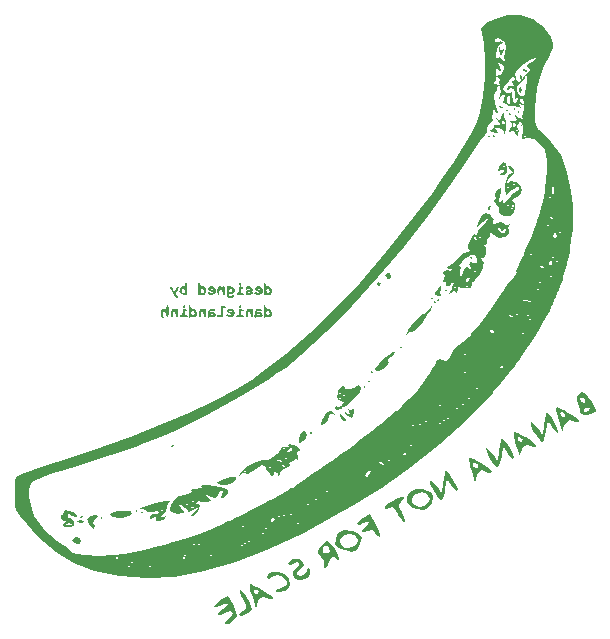
<source format=gbo>
G04 #@! TF.GenerationSoftware,KiCad,Pcbnew,(6.0.10)*
G04 #@! TF.CreationDate,2023-07-12T01:57:19+10:00*
G04 #@! TF.ProjectId,DAC,4441432e-6b69-4636-9164-5f7063625858,rev?*
G04 #@! TF.SameCoordinates,Original*
G04 #@! TF.FileFunction,Legend,Bot*
G04 #@! TF.FilePolarity,Positive*
%FSLAX46Y46*%
G04 Gerber Fmt 4.6, Leading zero omitted, Abs format (unit mm)*
G04 Created by KiCad (PCBNEW (6.0.10)) date 2023-07-12 01:57:19*
%MOMM*%
%LPD*%
G01*
G04 APERTURE LIST*
G04 APERTURE END LIST*
G36*
X159335609Y-84723934D02*
G01*
X159485162Y-84770725D01*
X159590843Y-84862693D01*
X159630903Y-84983264D01*
X159627279Y-85011160D01*
X159568453Y-85104430D01*
X159460801Y-85177017D01*
X159334459Y-85206250D01*
X159271443Y-85216075D01*
X159234028Y-85250348D01*
X159259949Y-85286678D01*
X159345918Y-85287061D01*
X159475684Y-85242724D01*
X159488795Y-85236892D01*
X159580642Y-85213386D01*
X159643124Y-85245854D01*
X159658593Y-85264493D01*
X159660443Y-85316540D01*
X159592945Y-85385769D01*
X159568445Y-85403930D01*
X159432313Y-85459602D01*
X159284894Y-85465891D01*
X159150051Y-85428552D01*
X159051646Y-85353341D01*
X159013542Y-85246013D01*
X159018225Y-85216318D01*
X159079014Y-85127964D01*
X159185753Y-85058195D01*
X159307383Y-85029861D01*
X159327357Y-85029202D01*
X159409102Y-85006396D01*
X159432807Y-84965033D01*
X159384509Y-84924239D01*
X159316834Y-84903876D01*
X159223859Y-84907173D01*
X159189931Y-84963716D01*
X159173562Y-85002289D01*
X159101736Y-85029861D01*
X159038072Y-85010251D01*
X159013542Y-84928438D01*
X159039192Y-84814434D01*
X159128018Y-84743636D01*
X159286945Y-84721181D01*
X159335609Y-84723934D01*
G37*
G36*
X154819035Y-87284091D02*
G01*
X154756440Y-87334951D01*
X154667745Y-87360254D01*
X154532403Y-87351081D01*
X154494575Y-87346480D01*
X154379679Y-87345004D01*
X154339237Y-87371091D01*
X154326540Y-87393935D01*
X154262066Y-87401631D01*
X154216966Y-87378365D01*
X154203840Y-87299179D01*
X154209053Y-87256195D01*
X154215382Y-87132095D01*
X154218916Y-86965515D01*
X154435184Y-86965515D01*
X154440081Y-87080982D01*
X154479281Y-87152253D01*
X154499527Y-87164155D01*
X154604152Y-87184868D01*
X154695506Y-87120272D01*
X154715978Y-87092298D01*
X154728978Y-87026762D01*
X154688191Y-86932859D01*
X154625320Y-86850828D01*
X154541270Y-86813055D01*
X154471872Y-86852061D01*
X154435184Y-86965515D01*
X154218916Y-86965515D01*
X154219068Y-86958353D01*
X154219438Y-86758325D01*
X154219145Y-86588533D01*
X154223262Y-86442528D01*
X154234468Y-86358452D01*
X154255007Y-86321698D01*
X154287124Y-86317655D01*
X154292049Y-86318915D01*
X154351860Y-86372911D01*
X154399174Y-86474348D01*
X154408089Y-86503002D01*
X154459575Y-86592103D01*
X154540447Y-86617361D01*
X154629402Y-86623559D01*
X154756661Y-86676592D01*
X154847985Y-86796904D01*
X154905959Y-86978301D01*
X154903084Y-87026762D01*
X154895844Y-87148778D01*
X154819035Y-87284091D01*
G37*
G36*
X158551087Y-84434550D02*
G01*
X158622033Y-84463131D01*
X158653006Y-84559311D01*
X158657157Y-84618355D01*
X158636746Y-84668075D01*
X158564812Y-84669554D01*
X158544266Y-84664933D01*
X158477668Y-84613397D01*
X158455180Y-84535929D01*
X158478799Y-84465367D01*
X158550521Y-84434549D01*
X158551087Y-84434550D01*
G37*
G36*
X153931337Y-86650244D02*
G01*
X153957331Y-86655226D01*
X154048595Y-86699588D01*
X154082980Y-86760606D01*
X154056311Y-86814589D01*
X153964410Y-86837848D01*
X153954809Y-86837910D01*
X153888567Y-86850081D01*
X153860184Y-86900592D01*
X153854167Y-87014236D01*
X153854191Y-87026030D01*
X153861537Y-87133932D01*
X153892387Y-87180567D01*
X153961808Y-87190625D01*
X154040140Y-87202004D01*
X154104252Y-87250585D01*
X154096702Y-87322917D01*
X154078178Y-87336079D01*
X153989491Y-87355646D01*
X153857833Y-87364683D01*
X153713301Y-87362998D01*
X153585987Y-87350399D01*
X153505988Y-87326692D01*
X153486331Y-87310410D01*
X153466488Y-87241535D01*
X153505503Y-87175822D01*
X153588200Y-87146528D01*
X153618760Y-87144218D01*
X153656859Y-87118510D01*
X153673876Y-87047058D01*
X153677778Y-86908711D01*
X153685711Y-86753922D01*
X153720159Y-86669009D01*
X153796807Y-86639779D01*
X153931337Y-86650244D01*
G37*
G36*
X160394620Y-87302553D02*
G01*
X160371489Y-87322555D01*
X160276967Y-87358291D01*
X160129340Y-87355139D01*
X160077744Y-87350815D01*
X159968786Y-87353213D01*
X159914236Y-87372352D01*
X159895437Y-87394547D01*
X159831729Y-87405037D01*
X159778868Y-87344252D01*
X159764947Y-87256733D01*
X159770894Y-87146528D01*
X160005730Y-87146528D01*
X160060834Y-87177032D01*
X160162672Y-87190625D01*
X160254103Y-87177727D01*
X160292361Y-87146528D01*
X160290742Y-87140206D01*
X160238462Y-87113336D01*
X160135419Y-87102431D01*
X160114197Y-87102756D01*
X160024360Y-87116522D01*
X160005730Y-87146528D01*
X159770894Y-87146528D01*
X159773041Y-87106754D01*
X159802414Y-86941249D01*
X159846595Y-86794785D01*
X159899113Y-86701930D01*
X159934497Y-86673712D01*
X160070286Y-86625070D01*
X160224989Y-86625340D01*
X160356816Y-86676818D01*
X160410760Y-86733819D01*
X160406125Y-86789804D01*
X160333943Y-86820654D01*
X160205469Y-86816019D01*
X160141415Y-86807162D01*
X160053467Y-86813034D01*
X160012941Y-86857005D01*
X160006493Y-86882547D01*
X160032862Y-86916796D01*
X160129593Y-86926042D01*
X160238486Y-86937644D01*
X160370110Y-86994328D01*
X160447286Y-87084383D01*
X160454087Y-87146528D01*
X160459096Y-87192296D01*
X160394620Y-87302553D01*
G37*
G36*
X152440043Y-86331839D02*
G01*
X152470406Y-86346146D01*
X152489233Y-86388992D01*
X152498898Y-86475286D01*
X152501781Y-86619935D01*
X152500256Y-86837848D01*
X152499323Y-86912905D01*
X152494981Y-87107767D01*
X152486763Y-87233659D01*
X152472149Y-87305326D01*
X152448623Y-87337513D01*
X152413666Y-87344966D01*
X152374545Y-87336954D01*
X152337416Y-87283765D01*
X152319525Y-87163112D01*
X152291756Y-87022844D01*
X152199408Y-86880899D01*
X152131750Y-86822151D01*
X152090230Y-86811254D01*
X152063574Y-86856127D01*
X152056063Y-86888487D01*
X152050508Y-87002647D01*
X152059787Y-87144651D01*
X152066504Y-87216321D01*
X152068457Y-87329045D01*
X152056720Y-87385874D01*
X152036904Y-87397113D01*
X151960137Y-87401183D01*
X151920883Y-87372478D01*
X151893398Y-87285517D01*
X151878342Y-87125888D01*
X151875041Y-87010288D01*
X151878428Y-86861810D01*
X151890038Y-86763186D01*
X151898267Y-86739196D01*
X151974253Y-86658611D01*
X152090832Y-86628057D01*
X152215918Y-86657899D01*
X152238557Y-86669431D01*
X152284512Y-86677965D01*
X152307075Y-86633450D01*
X152319244Y-86518332D01*
X152332017Y-86412557D01*
X152362171Y-86347555D01*
X152419403Y-86330729D01*
X152440043Y-86331839D01*
G37*
G36*
X159563645Y-86618362D02*
G01*
X159599931Y-86634923D01*
X159620187Y-86685905D01*
X159628986Y-86789223D01*
X159630903Y-86962790D01*
X159630719Y-87001605D01*
X159625759Y-87162541D01*
X159615405Y-87282394D01*
X159601505Y-87337616D01*
X159590315Y-87348008D01*
X159521060Y-87371958D01*
X159472698Y-87318510D01*
X159454514Y-87196572D01*
X159448346Y-87129478D01*
X159411647Y-87005004D01*
X159353857Y-86895966D01*
X159288850Y-86825810D01*
X159230497Y-86817981D01*
X159212409Y-86857161D01*
X159196183Y-86963377D01*
X159189931Y-87108267D01*
X159188704Y-87211626D01*
X159179333Y-87312572D01*
X159155902Y-87355511D01*
X159112761Y-87358780D01*
X159072692Y-87330090D01*
X159033790Y-87234296D01*
X159015998Y-87097380D01*
X159019986Y-86945530D01*
X159046422Y-86804935D01*
X159095976Y-86701783D01*
X159151628Y-86641558D01*
X159217713Y-86618546D01*
X159318378Y-86646604D01*
X159332390Y-86651670D01*
X159419086Y-86671303D01*
X159454514Y-86657628D01*
X159471028Y-86634240D01*
X159542709Y-86617361D01*
X159563645Y-86618362D01*
G37*
G36*
X154074503Y-85410070D02*
G01*
X154062819Y-85465224D01*
X154034798Y-85475487D01*
X153937139Y-85480341D01*
X153802094Y-85469810D01*
X153764388Y-85464432D01*
X153597790Y-85418634D01*
X153494223Y-85340643D01*
X153478818Y-85319901D01*
X153420735Y-85164603D01*
X153422987Y-85125453D01*
X153595859Y-85125453D01*
X153658879Y-85225149D01*
X153717044Y-85272736D01*
X153810166Y-85296680D01*
X153874351Y-85241406D01*
X153898264Y-85112258D01*
X153873892Y-85007266D01*
X153808193Y-84934178D01*
X153724974Y-84915956D01*
X153648196Y-84966561D01*
X153614396Y-85020214D01*
X153595859Y-85125453D01*
X153422987Y-85125453D01*
X153430681Y-84991670D01*
X153507796Y-84833294D01*
X153543746Y-84791160D01*
X153631364Y-84733481D01*
X153751147Y-84730393D01*
X153778469Y-84733502D01*
X153862171Y-84734232D01*
X153890906Y-84694709D01*
X153888056Y-84591154D01*
X153885567Y-84508324D01*
X153905796Y-84448965D01*
X153964410Y-84434549D01*
X153980584Y-84435229D01*
X154014166Y-84448322D01*
X154037052Y-84489676D01*
X154052555Y-84574264D01*
X154063984Y-84717062D01*
X154074653Y-84933042D01*
X154080261Y-85112154D01*
X154080261Y-85112258D01*
X154080459Y-85286005D01*
X154074503Y-85410070D01*
G37*
G36*
X153213645Y-86618362D02*
G01*
X153249931Y-86634923D01*
X153270187Y-86685905D01*
X153278986Y-86789223D01*
X153280903Y-86962790D01*
X153280719Y-87001605D01*
X153275759Y-87162541D01*
X153265405Y-87282394D01*
X153251505Y-87337616D01*
X153240315Y-87348008D01*
X153171060Y-87371958D01*
X153122698Y-87318510D01*
X153104514Y-87196572D01*
X153098346Y-87129478D01*
X153061647Y-87005004D01*
X153003857Y-86895966D01*
X152938850Y-86825810D01*
X152880497Y-86817981D01*
X152862409Y-86857161D01*
X152846183Y-86963377D01*
X152839931Y-87108267D01*
X152838704Y-87211626D01*
X152829333Y-87312572D01*
X152805902Y-87355511D01*
X152762761Y-87358780D01*
X152722692Y-87330090D01*
X152683790Y-87234296D01*
X152665998Y-87097380D01*
X152669986Y-86945530D01*
X152696422Y-86804935D01*
X152745976Y-86701783D01*
X152801628Y-86641558D01*
X152867713Y-86618546D01*
X152968378Y-86646604D01*
X152982390Y-86651670D01*
X153069086Y-86671303D01*
X153104514Y-86657628D01*
X153121028Y-86634240D01*
X153192709Y-86617361D01*
X153213645Y-86618362D01*
G37*
G36*
X158693837Y-84754063D02*
G01*
X158719831Y-84759045D01*
X158811095Y-84803408D01*
X158845480Y-84864425D01*
X158818811Y-84918408D01*
X158726910Y-84941667D01*
X158717309Y-84941730D01*
X158651067Y-84953901D01*
X158622684Y-85004412D01*
X158616667Y-85118056D01*
X158616691Y-85129849D01*
X158624037Y-85237751D01*
X158654887Y-85284386D01*
X158724308Y-85294445D01*
X158802640Y-85305823D01*
X158866752Y-85354404D01*
X158859202Y-85426736D01*
X158840678Y-85439899D01*
X158751991Y-85459465D01*
X158620333Y-85468503D01*
X158475801Y-85466818D01*
X158348487Y-85454218D01*
X158268488Y-85430512D01*
X158248831Y-85414230D01*
X158228988Y-85345354D01*
X158268003Y-85279642D01*
X158350700Y-85250348D01*
X158381260Y-85248037D01*
X158419359Y-85222330D01*
X158436376Y-85150878D01*
X158440278Y-85012531D01*
X158448211Y-84857741D01*
X158482659Y-84772829D01*
X158559307Y-84743598D01*
X158693837Y-84754063D01*
G37*
G36*
X156485941Y-85226694D02*
G01*
X156404119Y-85368773D01*
X156351917Y-85412138D01*
X156202722Y-85465415D01*
X156035702Y-85456359D01*
X155882639Y-85384040D01*
X155846026Y-85354105D01*
X155803036Y-85295414D01*
X155826322Y-85245105D01*
X155831947Y-85239694D01*
X155896243Y-85213201D01*
X155993761Y-85242724D01*
X156111443Y-85284007D01*
X156200588Y-85291489D01*
X156233819Y-85261372D01*
X156224143Y-85246768D01*
X156156693Y-85198760D01*
X156046406Y-85140104D01*
X155992020Y-85111142D01*
X155892095Y-85037533D01*
X155845701Y-84971459D01*
X155843765Y-84930789D01*
X155845236Y-84927482D01*
X156047992Y-84927482D01*
X156060457Y-84965446D01*
X156146710Y-85013861D01*
X156221204Y-85044803D01*
X156291872Y-85068668D01*
X156310722Y-85057077D01*
X156296105Y-85009491D01*
X156243824Y-84948412D01*
X156145704Y-84909674D01*
X156053847Y-84922820D01*
X156047992Y-84927482D01*
X155845236Y-84927482D01*
X155889862Y-84827129D01*
X155994014Y-84750865D01*
X156134114Y-84721181D01*
X156211204Y-84729846D01*
X156351817Y-84799264D01*
X156450602Y-84919903D01*
X156494340Y-85057077D01*
X156498373Y-85069726D01*
X156485941Y-85226694D01*
G37*
G36*
X161169035Y-87284091D02*
G01*
X161106440Y-87334951D01*
X161017745Y-87360254D01*
X160882403Y-87351081D01*
X160844575Y-87346480D01*
X160729679Y-87345004D01*
X160689236Y-87371091D01*
X160676540Y-87393935D01*
X160612066Y-87401631D01*
X160566966Y-87378365D01*
X160553840Y-87299179D01*
X160559053Y-87256195D01*
X160565382Y-87132095D01*
X160568916Y-86965515D01*
X160785184Y-86965515D01*
X160790081Y-87080982D01*
X160829281Y-87152253D01*
X160849527Y-87164155D01*
X160954152Y-87184868D01*
X161045506Y-87120272D01*
X161065978Y-87092298D01*
X161078978Y-87026762D01*
X161038191Y-86932859D01*
X160975320Y-86850828D01*
X160891270Y-86813055D01*
X160821872Y-86852061D01*
X160785184Y-86965515D01*
X160568916Y-86965515D01*
X160569068Y-86958353D01*
X160569438Y-86758325D01*
X160569145Y-86588533D01*
X160573262Y-86442528D01*
X160584468Y-86358452D01*
X160605007Y-86321698D01*
X160637124Y-86317655D01*
X160642049Y-86318915D01*
X160701860Y-86372911D01*
X160749174Y-86474348D01*
X160758089Y-86503002D01*
X160809575Y-86592103D01*
X160890447Y-86617361D01*
X160979402Y-86623559D01*
X161106661Y-86676592D01*
X161197985Y-86796904D01*
X161255959Y-86978301D01*
X161253084Y-87026762D01*
X161245844Y-87148778D01*
X161169035Y-87284091D01*
G37*
G36*
X155594895Y-86618362D02*
G01*
X155631181Y-86634923D01*
X155651437Y-86685905D01*
X155660236Y-86789223D01*
X155662153Y-86962790D01*
X155661969Y-87001605D01*
X155657009Y-87162541D01*
X155646655Y-87282394D01*
X155632755Y-87337616D01*
X155621565Y-87348008D01*
X155552310Y-87371958D01*
X155503948Y-87318510D01*
X155485764Y-87196572D01*
X155479596Y-87129478D01*
X155442897Y-87005004D01*
X155385107Y-86895966D01*
X155320100Y-86825810D01*
X155261747Y-86817981D01*
X155243659Y-86857161D01*
X155227433Y-86963377D01*
X155221181Y-87108267D01*
X155219954Y-87211626D01*
X155210583Y-87312572D01*
X155187152Y-87355511D01*
X155144011Y-87358780D01*
X155103942Y-87330090D01*
X155065040Y-87234296D01*
X155047248Y-87097380D01*
X155051236Y-86945530D01*
X155077672Y-86804935D01*
X155127226Y-86701783D01*
X155182878Y-86641558D01*
X155248963Y-86618546D01*
X155349628Y-86646604D01*
X155363640Y-86651670D01*
X155450336Y-86671303D01*
X155485764Y-86657628D01*
X155502278Y-86634240D01*
X155573959Y-86617361D01*
X155594895Y-86618362D01*
G37*
G36*
X158073441Y-87122875D02*
G01*
X157991619Y-87264953D01*
X157939417Y-87308318D01*
X157790222Y-87361596D01*
X157623202Y-87352540D01*
X157470139Y-87280220D01*
X157433526Y-87250285D01*
X157390536Y-87191594D01*
X157413822Y-87141286D01*
X157419447Y-87135874D01*
X157483743Y-87109382D01*
X157581261Y-87138905D01*
X157698943Y-87180188D01*
X157788088Y-87187670D01*
X157821319Y-87157552D01*
X157811643Y-87142949D01*
X157744193Y-87094941D01*
X157633906Y-87036285D01*
X157579520Y-87007323D01*
X157479595Y-86933713D01*
X157433201Y-86867639D01*
X157431265Y-86826970D01*
X157432736Y-86823662D01*
X157635492Y-86823662D01*
X157647957Y-86861626D01*
X157734210Y-86910042D01*
X157808704Y-86940984D01*
X157879372Y-86964849D01*
X157898222Y-86953257D01*
X157883605Y-86905672D01*
X157831324Y-86844593D01*
X157733204Y-86805854D01*
X157641347Y-86819001D01*
X157635492Y-86823662D01*
X157432736Y-86823662D01*
X157477362Y-86723310D01*
X157581514Y-86647046D01*
X157721614Y-86617361D01*
X157798704Y-86626027D01*
X157939317Y-86695445D01*
X158038102Y-86816084D01*
X158081840Y-86953257D01*
X158085873Y-86965906D01*
X158073441Y-87122875D01*
G37*
G36*
X158551087Y-86330730D02*
G01*
X158622033Y-86359311D01*
X158653006Y-86455492D01*
X158657157Y-86514536D01*
X158636746Y-86564255D01*
X158564812Y-86565735D01*
X158544266Y-86561114D01*
X158477668Y-86509578D01*
X158455180Y-86432110D01*
X158478799Y-86361548D01*
X158550521Y-86330729D01*
X158551087Y-86330730D01*
G37*
G36*
X157182395Y-84722182D02*
G01*
X157218681Y-84738743D01*
X157238937Y-84789725D01*
X157247736Y-84893042D01*
X157249653Y-85066609D01*
X157249469Y-85105424D01*
X157244509Y-85266360D01*
X157234155Y-85386213D01*
X157220255Y-85441435D01*
X157209065Y-85451827D01*
X157139810Y-85475777D01*
X157091448Y-85422329D01*
X157073264Y-85300392D01*
X157067096Y-85233297D01*
X157030397Y-85108823D01*
X156972607Y-84999786D01*
X156907600Y-84929630D01*
X156849247Y-84921801D01*
X156831159Y-84960980D01*
X156814933Y-85067196D01*
X156808681Y-85212086D01*
X156807454Y-85315445D01*
X156798083Y-85416391D01*
X156774652Y-85459331D01*
X156731511Y-85462600D01*
X156691442Y-85433910D01*
X156652540Y-85338116D01*
X156634748Y-85201199D01*
X156638736Y-85049349D01*
X156665172Y-84908754D01*
X156714726Y-84805602D01*
X156770378Y-84745378D01*
X156836463Y-84722366D01*
X156937128Y-84750423D01*
X156951140Y-84755489D01*
X157037836Y-84775122D01*
X157073264Y-84761448D01*
X157089778Y-84738059D01*
X157161459Y-84721181D01*
X157182395Y-84722182D01*
G37*
G36*
X156425870Y-87302553D02*
G01*
X156402739Y-87322555D01*
X156308217Y-87358291D01*
X156160590Y-87355139D01*
X156108994Y-87350815D01*
X156000036Y-87353213D01*
X155945486Y-87372352D01*
X155926687Y-87394547D01*
X155862979Y-87405037D01*
X155810118Y-87344252D01*
X155796197Y-87256733D01*
X155802144Y-87146528D01*
X156036980Y-87146528D01*
X156092084Y-87177032D01*
X156193922Y-87190625D01*
X156285353Y-87177727D01*
X156323611Y-87146528D01*
X156321992Y-87140206D01*
X156269712Y-87113336D01*
X156166669Y-87102431D01*
X156145447Y-87102756D01*
X156055610Y-87116522D01*
X156036980Y-87146528D01*
X155802144Y-87146528D01*
X155804291Y-87106754D01*
X155833664Y-86941249D01*
X155877845Y-86794785D01*
X155930363Y-86701930D01*
X155965747Y-86673712D01*
X156101536Y-86625070D01*
X156256239Y-86625340D01*
X156388066Y-86676818D01*
X156442010Y-86733819D01*
X156437375Y-86789804D01*
X156365193Y-86820654D01*
X156236719Y-86816019D01*
X156172665Y-86807162D01*
X156084717Y-86813034D01*
X156044191Y-86857005D01*
X156037743Y-86882547D01*
X156064112Y-86916796D01*
X156160843Y-86926042D01*
X156269736Y-86937644D01*
X156401360Y-86994328D01*
X156478536Y-87084383D01*
X156485337Y-87146528D01*
X156490346Y-87192296D01*
X156425870Y-87302553D01*
G37*
G36*
X157147470Y-86366672D02*
G01*
X157251589Y-86403392D01*
X157317291Y-86460237D01*
X157319933Y-86522477D01*
X157282880Y-86552324D01*
X157191929Y-86573165D01*
X157173289Y-86573501D01*
X157130608Y-86584845D01*
X157109245Y-86626625D01*
X157104035Y-86718029D01*
X157109815Y-86878247D01*
X157110797Y-87037047D01*
X157098559Y-87184240D01*
X157075190Y-87275221D01*
X157004855Y-87340486D01*
X156897556Y-87367221D01*
X156779246Y-87358128D01*
X156674444Y-87318656D01*
X156607672Y-87254257D01*
X156603450Y-87170378D01*
X156634322Y-87125579D01*
X156709834Y-87124907D01*
X156779337Y-87153420D01*
X156864579Y-87181100D01*
X156914245Y-87171122D01*
X156936765Y-87110858D01*
X156940569Y-86987677D01*
X156934088Y-86788952D01*
X156918924Y-86374827D01*
X157051216Y-86361860D01*
X157147470Y-86366672D01*
G37*
G36*
X158009286Y-85324471D02*
G01*
X157898372Y-85400183D01*
X157751733Y-85412412D01*
X157747014Y-85411649D01*
X157652163Y-85400769D01*
X157625740Y-85419133D01*
X157650357Y-85477989D01*
X157710776Y-85538266D01*
X157811507Y-85544305D01*
X157965861Y-85493978D01*
X158027753Y-85487757D01*
X158072905Y-85531412D01*
X158073365Y-85604139D01*
X158020091Y-85675648D01*
X158011643Y-85681289D01*
X157906156Y-85719698D01*
X157773592Y-85735417D01*
X157654364Y-85722437D01*
X157545918Y-85664878D01*
X157475518Y-85551961D01*
X157437461Y-85373580D01*
X157426042Y-85119631D01*
X157426042Y-85030512D01*
X157612162Y-85030512D01*
X157619284Y-85128501D01*
X157687726Y-85204699D01*
X157752767Y-85234665D01*
X157843964Y-85242558D01*
X157896244Y-85181390D01*
X157903673Y-85126045D01*
X157880145Y-85023919D01*
X157828764Y-84935358D01*
X157766536Y-84897570D01*
X157748676Y-84898551D01*
X157658059Y-84943079D01*
X157612162Y-85030512D01*
X157426042Y-85030512D01*
X157426042Y-84736225D01*
X157650932Y-84731102D01*
X157789643Y-84735109D01*
X157895023Y-84764845D01*
X157981661Y-84831819D01*
X158047499Y-84918895D01*
X158091867Y-85063581D01*
X158085086Y-85126045D01*
X158076457Y-85205522D01*
X158009286Y-85324471D01*
G37*
G36*
X160454691Y-85226694D02*
G01*
X160372869Y-85368773D01*
X160320667Y-85412138D01*
X160171472Y-85465415D01*
X160004452Y-85456359D01*
X159851389Y-85384040D01*
X159814776Y-85354105D01*
X159771786Y-85295414D01*
X159795072Y-85245105D01*
X159800697Y-85239694D01*
X159864993Y-85213201D01*
X159962511Y-85242724D01*
X160080193Y-85284007D01*
X160169338Y-85291489D01*
X160202569Y-85261372D01*
X160192893Y-85246768D01*
X160125443Y-85198760D01*
X160015156Y-85140104D01*
X159960770Y-85111142D01*
X159860845Y-85037533D01*
X159814451Y-84971459D01*
X159812515Y-84930789D01*
X159813986Y-84927482D01*
X160016742Y-84927482D01*
X160029207Y-84965446D01*
X160115460Y-85013861D01*
X160189954Y-85044803D01*
X160260622Y-85068668D01*
X160279472Y-85057077D01*
X160264855Y-85009491D01*
X160212574Y-84948412D01*
X160114454Y-84909674D01*
X160022597Y-84922820D01*
X160016742Y-84927482D01*
X159813986Y-84927482D01*
X159858612Y-84827129D01*
X159962764Y-84750865D01*
X160102864Y-84721181D01*
X160179954Y-84729846D01*
X160320567Y-84799264D01*
X160419352Y-84919903D01*
X160463090Y-85057077D01*
X160467123Y-85069726D01*
X160454691Y-85226694D01*
G37*
G36*
X161169035Y-85387911D02*
G01*
X161106440Y-85438770D01*
X161017745Y-85464073D01*
X160882403Y-85454900D01*
X160844575Y-85450300D01*
X160729679Y-85448824D01*
X160689236Y-85474911D01*
X160676540Y-85497754D01*
X160612066Y-85505450D01*
X160566966Y-85482185D01*
X160553840Y-85402998D01*
X160559053Y-85360015D01*
X160565382Y-85235915D01*
X160568916Y-85069334D01*
X160785184Y-85069334D01*
X160790081Y-85184801D01*
X160829281Y-85256072D01*
X160849527Y-85267974D01*
X160954152Y-85288688D01*
X161045506Y-85224091D01*
X161065978Y-85196117D01*
X161078978Y-85130582D01*
X161038191Y-85036678D01*
X160975320Y-84954647D01*
X160891270Y-84916875D01*
X160821872Y-84955881D01*
X160785184Y-85069334D01*
X160568916Y-85069334D01*
X160569068Y-85062173D01*
X160569438Y-84862144D01*
X160569145Y-84692352D01*
X160573262Y-84546347D01*
X160584468Y-84462272D01*
X160605007Y-84425517D01*
X160637124Y-84421475D01*
X160642049Y-84422734D01*
X160701860Y-84476731D01*
X160749174Y-84578168D01*
X160758089Y-84606822D01*
X160809575Y-84695922D01*
X160890447Y-84721181D01*
X160979402Y-84727379D01*
X161106661Y-84780412D01*
X161197985Y-84900724D01*
X161255959Y-85082120D01*
X161253084Y-85130582D01*
X161245844Y-85252597D01*
X161169035Y-85387911D01*
G37*
G36*
X153331939Y-84752610D02*
G01*
X153359125Y-84829310D01*
X153332460Y-84910629D01*
X153312441Y-84940215D01*
X153258251Y-85041274D01*
X153197900Y-85172091D01*
X153152683Y-85281292D01*
X153132295Y-85360590D01*
X153146610Y-85418269D01*
X153195373Y-85486254D01*
X153255006Y-85582063D01*
X153280903Y-85665202D01*
X153268150Y-85716987D01*
X153213530Y-85730767D01*
X153126258Y-85680424D01*
X153017657Y-85570052D01*
X152950772Y-85481595D01*
X152851053Y-85325063D01*
X152759152Y-85156210D01*
X152685515Y-84996350D01*
X152640585Y-84866793D01*
X152634806Y-84788851D01*
X152666356Y-84736937D01*
X152726822Y-84729387D01*
X152799182Y-84802377D01*
X152878648Y-84952691D01*
X152978966Y-85184202D01*
X153094958Y-84952691D01*
X153151048Y-84852334D01*
X153219655Y-84757719D01*
X153269359Y-84721181D01*
X153331939Y-84752610D01*
G37*
G36*
X153788587Y-86330730D02*
G01*
X153859533Y-86359311D01*
X153890506Y-86455492D01*
X153894657Y-86514536D01*
X153874246Y-86564255D01*
X153802312Y-86565735D01*
X153781766Y-86561114D01*
X153715168Y-86509578D01*
X153692680Y-86432110D01*
X153716299Y-86361548D01*
X153788021Y-86330729D01*
X153788587Y-86330730D01*
G37*
G36*
X158693837Y-86650244D02*
G01*
X158719831Y-86655226D01*
X158811095Y-86699588D01*
X158845480Y-86760606D01*
X158818811Y-86814589D01*
X158726910Y-86837848D01*
X158717309Y-86837910D01*
X158651067Y-86850081D01*
X158622684Y-86900592D01*
X158616667Y-87014236D01*
X158616691Y-87026030D01*
X158624037Y-87133932D01*
X158654887Y-87180567D01*
X158724308Y-87190625D01*
X158802640Y-87202004D01*
X158866752Y-87250585D01*
X158859202Y-87322917D01*
X158840678Y-87336079D01*
X158751991Y-87355646D01*
X158620333Y-87364683D01*
X158475801Y-87362998D01*
X158348487Y-87350399D01*
X158268488Y-87326692D01*
X158248831Y-87310410D01*
X158228988Y-87241535D01*
X158268003Y-87175822D01*
X158350700Y-87146528D01*
X158381260Y-87144218D01*
X158419359Y-87118510D01*
X158436376Y-87047058D01*
X158440278Y-86908711D01*
X158448211Y-86753922D01*
X158482659Y-86669009D01*
X158559307Y-86639779D01*
X158693837Y-86650244D01*
G37*
G36*
X155612785Y-85387911D02*
G01*
X155550190Y-85438770D01*
X155461495Y-85464073D01*
X155326153Y-85454900D01*
X155288325Y-85450300D01*
X155173429Y-85448824D01*
X155132986Y-85474911D01*
X155120290Y-85497754D01*
X155055816Y-85505450D01*
X155010716Y-85482185D01*
X154997590Y-85402998D01*
X155002803Y-85360015D01*
X155009132Y-85235915D01*
X155012666Y-85069334D01*
X155228934Y-85069334D01*
X155233831Y-85184801D01*
X155273031Y-85256072D01*
X155293277Y-85267974D01*
X155397902Y-85288688D01*
X155489256Y-85224091D01*
X155509728Y-85196117D01*
X155522728Y-85130582D01*
X155481941Y-85036678D01*
X155419070Y-84954647D01*
X155335020Y-84916875D01*
X155265622Y-84955881D01*
X155228934Y-85069334D01*
X155012666Y-85069334D01*
X155012818Y-85062173D01*
X155013188Y-84862144D01*
X155012895Y-84692352D01*
X155017012Y-84546347D01*
X155028218Y-84462272D01*
X155048757Y-84425517D01*
X155080874Y-84421475D01*
X155085799Y-84422734D01*
X155145610Y-84476731D01*
X155192924Y-84578168D01*
X155201839Y-84606822D01*
X155253325Y-84695922D01*
X155334197Y-84721181D01*
X155423152Y-84727379D01*
X155550411Y-84780412D01*
X155641735Y-84900724D01*
X155699709Y-85082120D01*
X155696834Y-85130582D01*
X155689594Y-85252597D01*
X155612785Y-85387911D01*
G37*
G36*
X149316680Y-103782646D02*
G01*
X149405024Y-103988146D01*
X149137660Y-104173674D01*
X148522612Y-104322356D01*
X148381174Y-104341038D01*
X147780922Y-104300855D01*
X147422315Y-104054368D01*
X147433326Y-103998301D01*
X147676971Y-103886792D01*
X148112186Y-103791533D01*
X148613914Y-103730465D01*
X149057097Y-103721523D01*
X149316680Y-103782646D01*
G37*
G36*
X171670752Y-90331340D02*
G01*
X171622090Y-90493957D01*
X171338301Y-90725653D01*
X171101523Y-90916520D01*
X171099600Y-91065777D01*
X171158746Y-91162347D01*
X171035261Y-91405848D01*
X170675904Y-91706119D01*
X170294134Y-91904388D01*
X170042301Y-91915526D01*
X169987993Y-91741332D01*
X170198801Y-91383601D01*
X170276807Y-91291389D01*
X170691037Y-90878082D01*
X171124200Y-90535438D01*
X171482153Y-90330758D01*
X171670752Y-90331340D01*
G37*
G36*
X146897883Y-104289144D02*
G01*
X146863193Y-104418611D01*
X146733726Y-104383920D01*
X146768417Y-104254454D01*
X146897883Y-104289144D01*
G37*
G36*
X144972198Y-106021691D02*
G01*
X145107903Y-106319086D01*
X145020004Y-106525208D01*
X144746234Y-106589440D01*
X144436384Y-106403501D01*
X144358187Y-106250801D01*
X144473889Y-106016953D01*
X144644885Y-105952592D01*
X144972198Y-106021691D01*
G37*
G36*
X181846080Y-69665972D02*
G01*
X181811390Y-69795440D01*
X181681923Y-69760748D01*
X181716613Y-69631282D01*
X181846080Y-69665972D01*
G37*
G36*
X187651805Y-93728666D02*
G01*
X187944999Y-93961986D01*
X188040682Y-94105655D01*
X188312009Y-94513053D01*
X188490146Y-94831099D01*
X188569584Y-94972928D01*
X188671265Y-95258609D01*
X188576794Y-95403526D01*
X188283338Y-95505929D01*
X187839620Y-95599918D01*
X187450926Y-95538914D01*
X187358628Y-95302603D01*
X187673476Y-95302603D01*
X187744856Y-95362081D01*
X188014487Y-95324596D01*
X188117071Y-95240676D01*
X188165948Y-95018275D01*
X188094568Y-94958797D01*
X187824935Y-94996282D01*
X187722353Y-95080202D01*
X187673476Y-95302603D01*
X187358628Y-95302603D01*
X187335443Y-95243243D01*
X187322608Y-95099265D01*
X187151911Y-94707013D01*
X187144412Y-94697582D01*
X187049833Y-94318953D01*
X187095581Y-94199489D01*
X187373656Y-94199489D01*
X187411141Y-94469121D01*
X187495061Y-94571703D01*
X187717462Y-94620579D01*
X187776940Y-94549200D01*
X187739455Y-94279568D01*
X187655535Y-94176986D01*
X187433134Y-94128109D01*
X187373656Y-94199489D01*
X187095581Y-94199489D01*
X187198908Y-93929662D01*
X187521537Y-93717399D01*
X187651805Y-93728666D01*
G37*
G36*
X182337283Y-66783149D02*
G01*
X182410867Y-67027132D01*
X182396116Y-67179883D01*
X182311761Y-67288443D01*
X182220222Y-67032886D01*
X182212766Y-66877605D01*
X182294583Y-66756514D01*
X182337283Y-66783149D01*
G37*
G36*
X168192630Y-95364292D02*
G01*
X168152246Y-95718325D01*
X168001618Y-95899986D01*
X167712566Y-95755897D01*
X167476576Y-95540514D01*
X167419859Y-95412807D01*
X167642669Y-95485840D01*
X167700036Y-95514312D01*
X167858218Y-95540165D01*
X167769884Y-95302954D01*
X167705722Y-95126880D01*
X167798005Y-95123924D01*
X167894671Y-95172869D01*
X168104564Y-95088186D01*
X168171296Y-95082859D01*
X168192630Y-95364292D01*
G37*
G36*
X163495938Y-107854451D02*
G01*
X163506702Y-107857357D01*
X163913414Y-108042208D01*
X163956452Y-108299238D01*
X163642307Y-108664356D01*
X163621522Y-108682955D01*
X163375479Y-108990161D01*
X163367968Y-109200308D01*
X163373144Y-109204794D01*
X163697126Y-109276220D01*
X164036991Y-109121955D01*
X164199837Y-108828271D01*
X164227419Y-108690601D01*
X164389092Y-108582741D01*
X164481085Y-108677857D01*
X164506341Y-109001180D01*
X164506041Y-109002938D01*
X164427034Y-109304743D01*
X164242659Y-109464400D01*
X163821091Y-109596418D01*
X163616940Y-109627760D01*
X163205702Y-109509369D01*
X162990905Y-109199280D01*
X163021776Y-108814412D01*
X163347542Y-108471684D01*
X163503024Y-108344580D01*
X163560980Y-108129579D01*
X163390990Y-108082194D01*
X163046123Y-108207956D01*
X162761117Y-108315930D01*
X162632721Y-108227757D01*
X162689943Y-108037476D01*
X163004239Y-107835366D01*
X163495938Y-107854451D01*
G37*
G36*
X180820299Y-97624993D02*
G01*
X181061831Y-97923983D01*
X181368318Y-98408615D01*
X181562342Y-98767539D01*
X181722057Y-99173129D01*
X181672449Y-99314489D01*
X181667730Y-99314236D01*
X181423310Y-99153315D01*
X181149388Y-98787625D01*
X180849058Y-98267439D01*
X180697569Y-99172870D01*
X180634167Y-99478892D01*
X180488280Y-99906846D01*
X180341271Y-100072160D01*
X180163801Y-99959553D01*
X179888102Y-99608549D01*
X179618280Y-99149081D01*
X179431580Y-98715616D01*
X179405243Y-98442629D01*
X179452482Y-98417957D01*
X179665737Y-98562818D01*
X179960256Y-98930060D01*
X180415875Y-99602219D01*
X180509145Y-98626453D01*
X180551808Y-98262582D01*
X180637551Y-97790645D01*
X180721935Y-97573376D01*
X180820299Y-97624993D01*
G37*
G36*
X163046271Y-98139571D02*
G01*
X163166338Y-98183441D01*
X163269463Y-98236457D01*
X163576734Y-98394423D01*
X163655624Y-98517347D01*
X163693781Y-98576803D01*
X163483393Y-98687829D01*
X163338254Y-98742920D01*
X163405477Y-98906134D01*
X163483914Y-99002926D01*
X163489044Y-99318309D01*
X163400066Y-99428546D01*
X163358361Y-99251741D01*
X163337322Y-99073785D01*
X163259593Y-99257843D01*
X163202299Y-99362745D01*
X163173428Y-99415607D01*
X162853164Y-99619456D01*
X162705510Y-99665890D01*
X162747211Y-99777855D01*
X162761673Y-99915887D01*
X162436765Y-100109115D01*
X162077429Y-100325099D01*
X161916510Y-100548239D01*
X161911392Y-100610960D01*
X161827918Y-100812873D01*
X161802397Y-100817202D01*
X161752056Y-100652919D01*
X161740190Y-100580849D01*
X161531908Y-100438790D01*
X161450545Y-100451370D01*
X161411505Y-100615536D01*
X161433166Y-100694258D01*
X161273328Y-100791749D01*
X161047566Y-100643315D01*
X160825509Y-100271314D01*
X160785127Y-100171692D01*
X160728283Y-100076810D01*
X160954555Y-100076810D01*
X160957380Y-100141013D01*
X161127177Y-100123065D01*
X161207241Y-100061044D01*
X161173431Y-99950442D01*
X161138028Y-99944688D01*
X160954555Y-100076810D01*
X160728283Y-100076810D01*
X160631073Y-99914551D01*
X160409441Y-99905247D01*
X159993633Y-100120889D01*
X159880524Y-100187078D01*
X159501818Y-100424355D01*
X159332281Y-100557439D01*
X159242794Y-100588208D01*
X158921199Y-100566766D01*
X158686533Y-100559226D01*
X158558641Y-100726842D01*
X158556497Y-100805082D01*
X158495292Y-100717832D01*
X158512666Y-100592776D01*
X158652349Y-100426896D01*
X158894957Y-100426896D01*
X159024424Y-100461586D01*
X159059115Y-100332119D01*
X158929648Y-100297428D01*
X158894957Y-100426896D01*
X158652349Y-100426896D01*
X158759419Y-100299746D01*
X159190015Y-99973337D01*
X159365678Y-99871871D01*
X162123295Y-99871871D01*
X162255417Y-100055344D01*
X162319621Y-100052519D01*
X162301671Y-99882722D01*
X162239651Y-99802658D01*
X162129049Y-99836468D01*
X162123295Y-99871871D01*
X159365678Y-99871871D01*
X159696351Y-99680868D01*
X160170324Y-99489661D01*
X160503832Y-99467033D01*
X160518037Y-99471741D01*
X160558180Y-99466633D01*
X160884895Y-99425062D01*
X160927880Y-99403098D01*
X161640672Y-99403098D01*
X161771108Y-99532415D01*
X161832889Y-99561538D01*
X161844365Y-99563078D01*
X162049417Y-99590610D01*
X162065701Y-99566957D01*
X161935264Y-99437639D01*
X161873483Y-99408517D01*
X161656956Y-99379445D01*
X161640672Y-99403098D01*
X160927880Y-99403098D01*
X161093245Y-99318601D01*
X162267812Y-99318601D01*
X162270637Y-99382804D01*
X162410218Y-99368050D01*
X162440434Y-99364856D01*
X162520498Y-99302835D01*
X162486687Y-99192233D01*
X162451285Y-99186479D01*
X162267812Y-99318601D01*
X161093245Y-99318601D01*
X161354912Y-99184896D01*
X161406418Y-99144016D01*
X161875179Y-99144016D01*
X162004646Y-99178706D01*
X162039337Y-99049239D01*
X161909870Y-99014549D01*
X161875179Y-99144016D01*
X161406418Y-99144016D01*
X161645241Y-98954463D01*
X162203493Y-98954463D01*
X162332960Y-98989154D01*
X162367650Y-98859687D01*
X162238184Y-98824997D01*
X162203493Y-98954463D01*
X161645241Y-98954463D01*
X161790273Y-98839352D01*
X161831484Y-98782474D01*
X162541947Y-98782474D01*
X162586134Y-98796154D01*
X162825431Y-98704825D01*
X162928286Y-98621558D01*
X162979865Y-98403656D01*
X162905790Y-98355854D01*
X162696382Y-98481305D01*
X162609199Y-98602514D01*
X162553106Y-98752614D01*
X162541947Y-98782474D01*
X161831484Y-98782474D01*
X162013422Y-98531373D01*
X162178098Y-98531373D01*
X162307565Y-98566064D01*
X162342255Y-98436597D01*
X162212788Y-98401906D01*
X162178098Y-98531373D01*
X162013422Y-98531373D01*
X162053153Y-98476538D01*
X162133237Y-98365416D01*
X162451309Y-98313180D01*
X162539617Y-98322650D01*
X162656030Y-98335136D01*
X162627635Y-98172680D01*
X162620360Y-98158986D01*
X162691438Y-98062238D01*
X163046271Y-98139571D01*
G37*
G36*
X181448385Y-70114459D02*
G01*
X181413694Y-70243925D01*
X181284228Y-70209235D01*
X181318918Y-70079768D01*
X181448385Y-70114459D01*
G37*
G36*
X167190229Y-95592684D02*
G01*
X167430521Y-95876596D01*
X167516029Y-96082013D01*
X167452379Y-96174915D01*
X167311041Y-96097323D01*
X167101271Y-95868474D01*
X166983951Y-95631383D01*
X167046018Y-95525072D01*
X167190229Y-95592684D01*
G37*
G36*
X178187481Y-82284317D02*
G01*
X178152790Y-82413784D01*
X178023324Y-82379093D01*
X178058014Y-82249627D01*
X178187481Y-82284317D01*
G37*
G36*
X145310438Y-104572445D02*
G01*
X145300250Y-104659868D01*
X145098908Y-104745664D01*
X144844765Y-104710954D01*
X144785907Y-104643618D01*
X144961986Y-104557255D01*
X145120803Y-104541360D01*
X145310438Y-104572445D01*
G37*
G36*
X166250413Y-106511708D02*
G01*
X166390665Y-106714736D01*
X166579824Y-106988558D01*
X166756497Y-107273993D01*
X166963886Y-107712815D01*
X166954280Y-107921465D01*
X166858642Y-107939547D01*
X166639380Y-107774958D01*
X166507005Y-107621277D01*
X166292742Y-107680356D01*
X166052152Y-108107034D01*
X165965397Y-108294445D01*
X165772808Y-108579911D01*
X165658574Y-108581876D01*
X165675716Y-108276473D01*
X165682810Y-107915235D01*
X165423666Y-107632830D01*
X165395065Y-107614892D01*
X165163790Y-107282504D01*
X165180675Y-107203811D01*
X165543562Y-107203811D01*
X165664675Y-107314148D01*
X166002347Y-107335016D01*
X166190581Y-107189487D01*
X166118112Y-106872095D01*
X165924981Y-106663652D01*
X165659328Y-106740889D01*
X165546206Y-106893235D01*
X165543562Y-107203811D01*
X165180675Y-107203811D01*
X165253702Y-106863461D01*
X165649588Y-106438213D01*
X165832435Y-106319402D01*
X166030681Y-106306049D01*
X166250413Y-106511708D01*
G37*
G36*
X185702911Y-95104196D02*
G01*
X186151468Y-95331334D01*
X186329103Y-95435067D01*
X186632430Y-95612199D01*
X187035565Y-95884676D01*
X187250637Y-96086643D01*
X187241363Y-96217355D01*
X187034449Y-96259524D01*
X186771335Y-96151769D01*
X186430424Y-96062750D01*
X186106199Y-96268099D01*
X185915185Y-96700786D01*
X185885661Y-96867179D01*
X185833348Y-97001049D01*
X185771076Y-96799531D01*
X185764891Y-96773127D01*
X185644344Y-96353768D01*
X185468621Y-95822636D01*
X185439702Y-95736849D01*
X185369577Y-95450268D01*
X185676079Y-95450268D01*
X185694596Y-95666126D01*
X185785300Y-95776833D01*
X186006511Y-95827275D01*
X186042906Y-95800366D01*
X186081485Y-95578029D01*
X186048633Y-95535588D01*
X185769570Y-95416882D01*
X185676079Y-95450268D01*
X185369577Y-95450268D01*
X185327538Y-95278468D01*
X185329295Y-95003928D01*
X185396996Y-94992908D01*
X185702911Y-95104196D01*
G37*
G36*
X145258577Y-104170573D02*
G01*
X145158134Y-104308646D01*
X145064391Y-104346974D01*
X144985512Y-104262393D01*
X144998229Y-104228855D01*
X145204388Y-104136025D01*
X145258577Y-104170573D01*
G37*
G36*
X164162007Y-97054680D02*
G01*
X164234494Y-97311145D01*
X164213687Y-97356126D01*
X164101698Y-97598220D01*
X163839748Y-97846486D01*
X163655300Y-97960974D01*
X163557698Y-97888074D01*
X163522095Y-97684579D01*
X163523818Y-97678388D01*
X163655512Y-97678388D01*
X163784978Y-97713079D01*
X163819669Y-97583612D01*
X163690202Y-97548921D01*
X163655512Y-97678388D01*
X163523818Y-97678388D01*
X163630366Y-97295582D01*
X163861795Y-97012100D01*
X163945302Y-96978020D01*
X164162007Y-97054680D01*
G37*
G36*
X178315844Y-99369121D02*
G01*
X178764400Y-99596259D01*
X178942035Y-99699992D01*
X179245363Y-99877125D01*
X179648498Y-100149601D01*
X179863570Y-100351569D01*
X179854295Y-100482280D01*
X179647382Y-100524449D01*
X179384267Y-100416694D01*
X179043356Y-100327675D01*
X178719131Y-100533025D01*
X178528117Y-100965711D01*
X178498594Y-101132105D01*
X178446280Y-101265975D01*
X178384008Y-101064456D01*
X178377824Y-101038052D01*
X178257277Y-100618693D01*
X178081553Y-100087562D01*
X178052635Y-100001775D01*
X177982510Y-99715194D01*
X178289012Y-99715194D01*
X178307528Y-99931052D01*
X178398233Y-100041758D01*
X178619443Y-100092200D01*
X178655838Y-100065292D01*
X178694417Y-99842955D01*
X178661565Y-99800514D01*
X178382503Y-99681807D01*
X178289012Y-99715194D01*
X177982510Y-99715194D01*
X177940471Y-99543393D01*
X177942228Y-99268853D01*
X178009929Y-99257833D01*
X178315844Y-99369121D01*
G37*
G36*
X168734957Y-93207588D02*
G01*
X168736742Y-93212606D01*
X168785539Y-93349740D01*
X168717033Y-93650425D01*
X168642948Y-93730345D01*
X168340579Y-94056871D01*
X167941878Y-94487667D01*
X167925223Y-94505525D01*
X167488105Y-94890589D01*
X167284619Y-95009567D01*
X167310953Y-94911290D01*
X167181486Y-94876600D01*
X167146796Y-95006066D01*
X167245413Y-95032491D01*
X167068457Y-95135958D01*
X166739370Y-95221940D01*
X166573935Y-95128847D01*
X166645243Y-94836985D01*
X166710520Y-94746962D01*
X166759832Y-94854101D01*
X166816100Y-94967813D01*
X167069955Y-94881167D01*
X167185953Y-94793518D01*
X167316175Y-94562186D01*
X167075561Y-94408804D01*
X166933183Y-94349272D01*
X166875096Y-94254662D01*
X166931848Y-94254662D01*
X167061315Y-94289352D01*
X167096005Y-94159886D01*
X166966539Y-94125195D01*
X166931848Y-94254662D01*
X166875096Y-94254662D01*
X166758717Y-94065109D01*
X167260163Y-94065109D01*
X167389629Y-94099800D01*
X167424320Y-93970333D01*
X167294853Y-93935643D01*
X167260163Y-94065109D01*
X166758717Y-94065109D01*
X166745841Y-94044138D01*
X166802726Y-93831571D01*
X166906453Y-93831571D01*
X167035919Y-93866262D01*
X167070610Y-93736795D01*
X166941143Y-93702105D01*
X166906453Y-93831571D01*
X166802726Y-93831571D01*
X166867912Y-93587984D01*
X167076313Y-93263102D01*
X167291838Y-93105184D01*
X167406027Y-93304195D01*
X167528241Y-93438972D01*
X167579477Y-93443000D01*
X167855900Y-93464732D01*
X168227842Y-93354513D01*
X168483498Y-93133719D01*
X168558224Y-93074672D01*
X168734957Y-93207588D01*
G37*
G36*
X174911144Y-85708044D02*
G01*
X174876454Y-85837511D01*
X174746987Y-85802820D01*
X174781677Y-85673353D01*
X174911144Y-85708044D01*
G37*
G36*
X144170664Y-103766531D02*
G01*
X144175450Y-103767823D01*
X144564062Y-103945099D01*
X144721201Y-104160712D01*
X144621850Y-104272042D01*
X144302499Y-104149906D01*
X144131958Y-104049600D01*
X143949085Y-104011450D01*
X143944190Y-104229136D01*
X143994483Y-104395229D01*
X144101618Y-104369887D01*
X144168488Y-104321995D01*
X144340137Y-104433581D01*
X144490012Y-104692158D01*
X144507161Y-104841358D01*
X144520877Y-104960701D01*
X144473947Y-105027559D01*
X144186291Y-105124535D01*
X143820470Y-105114852D01*
X143582610Y-104991699D01*
X143563348Y-104925158D01*
X143585378Y-104889522D01*
X143846140Y-104889522D01*
X143890269Y-104962622D01*
X144166367Y-104976609D01*
X144204258Y-104970314D01*
X144388632Y-104909790D01*
X144205206Y-104831660D01*
X144030426Y-104807676D01*
X143846140Y-104889522D01*
X143585378Y-104889522D01*
X143694913Y-104712334D01*
X143799148Y-104624712D01*
X143629995Y-104579880D01*
X143483771Y-104536789D01*
X143374647Y-104238186D01*
X143399781Y-104079909D01*
X143487766Y-104069216D01*
X143543524Y-104107449D01*
X143600180Y-103923759D01*
X143615999Y-103813604D01*
X143770449Y-103699107D01*
X144170664Y-103766531D01*
G37*
G36*
X174104876Y-101922672D02*
G01*
X174170139Y-101940783D01*
X174721227Y-102191302D01*
X174910376Y-102522016D01*
X174924876Y-102547369D01*
X174805333Y-103047932D01*
X174797752Y-103064105D01*
X174498158Y-103523215D01*
X174110735Y-103683430D01*
X173518125Y-103594586D01*
X172984060Y-103382371D01*
X172694558Y-103035715D01*
X172705756Y-102716643D01*
X173080462Y-102716643D01*
X173134410Y-103091099D01*
X173519680Y-103375378D01*
X173705237Y-103412152D01*
X174140275Y-103319675D01*
X174484577Y-103057701D01*
X174593997Y-102714855D01*
X174592465Y-102705563D01*
X174368541Y-102317987D01*
X173943160Y-102177622D01*
X173429451Y-102322577D01*
X173367206Y-102361343D01*
X173080462Y-102716643D01*
X172705756Y-102716643D01*
X172712185Y-102533449D01*
X172935069Y-102115861D01*
X173418708Y-101869345D01*
X174104876Y-101922672D01*
G37*
G36*
X169160666Y-93186729D02*
G01*
X169125975Y-93316196D01*
X168996509Y-93281505D01*
X169031199Y-93152039D01*
X169160666Y-93186729D01*
G37*
G36*
X182440132Y-71074005D02*
G01*
X182405440Y-71203472D01*
X182275974Y-71168781D01*
X182310664Y-71039315D01*
X182440132Y-71074005D01*
G37*
G36*
X168031064Y-105429388D02*
G01*
X168096328Y-105447499D01*
X168647416Y-105698019D01*
X168836565Y-106028733D01*
X168851065Y-106054085D01*
X168731522Y-106554649D01*
X168723941Y-106570821D01*
X168424347Y-107029932D01*
X168036924Y-107190146D01*
X167444315Y-107101302D01*
X166910248Y-106889088D01*
X166620746Y-106542432D01*
X166631944Y-106223360D01*
X167006651Y-106223360D01*
X167060598Y-106597816D01*
X167445868Y-106882095D01*
X167631426Y-106918869D01*
X168066464Y-106826391D01*
X168410765Y-106564418D01*
X168520186Y-106221572D01*
X168518653Y-106212279D01*
X168294730Y-105824704D01*
X167869349Y-105684339D01*
X167355640Y-105829293D01*
X167293395Y-105868060D01*
X167006651Y-106223360D01*
X166631944Y-106223360D01*
X166638374Y-106040165D01*
X166861258Y-105622578D01*
X167344898Y-105376061D01*
X168031064Y-105429388D01*
G37*
G36*
X172400066Y-102588578D02*
G01*
X172393587Y-102719535D01*
X172166528Y-102942288D01*
X172143105Y-102956187D01*
X171982831Y-103126720D01*
X172019664Y-103396511D01*
X172264706Y-103870547D01*
X172384631Y-104095659D01*
X172540231Y-104500786D01*
X172527042Y-104704030D01*
X172458413Y-104698458D01*
X172223347Y-104481822D01*
X171936392Y-104060100D01*
X171905629Y-104007104D01*
X171627553Y-103585507D01*
X171414661Y-103440823D01*
X171181586Y-103510945D01*
X170972989Y-103590335D01*
X170758495Y-103536340D01*
X170779746Y-103445228D01*
X171033341Y-103198152D01*
X171484504Y-102898302D01*
X171786560Y-102738681D01*
X172198363Y-102580176D01*
X172400066Y-102588578D01*
G37*
G36*
X184595910Y-95445143D02*
G01*
X184837443Y-95744133D01*
X185143931Y-96228764D01*
X185337955Y-96587688D01*
X185497670Y-96993278D01*
X185448061Y-97134638D01*
X185443343Y-97134385D01*
X185198923Y-96973464D01*
X184925000Y-96607774D01*
X184624670Y-96087588D01*
X184473182Y-96993019D01*
X184409779Y-97299042D01*
X184263892Y-97726996D01*
X184116883Y-97892310D01*
X183939413Y-97779702D01*
X183663713Y-97428698D01*
X183393893Y-96969230D01*
X183207193Y-96535765D01*
X183180855Y-96262778D01*
X183228094Y-96238106D01*
X183441350Y-96382967D01*
X183735868Y-96750209D01*
X184191488Y-97422368D01*
X184284758Y-96446602D01*
X184327420Y-96082731D01*
X184413163Y-95610795D01*
X184497548Y-95393525D01*
X184595910Y-95445143D01*
G37*
G36*
X152967153Y-98187891D02*
G01*
X152866711Y-98325965D01*
X152772967Y-98364292D01*
X152694089Y-98279711D01*
X152706806Y-98246174D01*
X152912964Y-98153343D01*
X152967153Y-98187891D01*
G37*
G36*
X156336463Y-101617497D02*
G01*
X156900331Y-101724176D01*
X157365879Y-101857616D01*
X157556317Y-102001907D01*
X157515725Y-102208145D01*
X157416506Y-102362810D01*
X157113562Y-102648891D01*
X157069037Y-102672616D01*
X156947950Y-102668687D01*
X157032810Y-102391562D01*
X157091164Y-102135885D01*
X156981753Y-101988237D01*
X156833820Y-102058023D01*
X156661048Y-102364611D01*
X156602338Y-102538950D01*
X156436839Y-102653970D01*
X156080577Y-102537601D01*
X155602709Y-102327676D01*
X155922911Y-102649080D01*
X156092632Y-102833707D01*
X156080264Y-102951025D01*
X155734966Y-102976466D01*
X155358639Y-102960530D01*
X155043020Y-102901040D01*
X154964578Y-102889886D01*
X154851830Y-103066142D01*
X154869355Y-103152351D01*
X154871674Y-103163757D01*
X155062475Y-103194051D01*
X155074444Y-103188121D01*
X155163188Y-103267942D01*
X155084785Y-103607950D01*
X154883977Y-103968733D01*
X154546075Y-104191295D01*
X154424834Y-104200326D01*
X154381023Y-104114265D01*
X154633095Y-103849610D01*
X155063095Y-103457081D01*
X154590762Y-103703886D01*
X154260070Y-103817194D01*
X154124646Y-103743350D01*
X154111856Y-103669449D01*
X153900865Y-103529112D01*
X153820118Y-103514282D01*
X153765909Y-103444765D01*
X154362878Y-103444765D01*
X154365703Y-103508968D01*
X154535500Y-103491019D01*
X154615565Y-103428999D01*
X154581754Y-103318397D01*
X154546351Y-103312642D01*
X154362878Y-103444765D01*
X153765909Y-103444765D01*
X153676622Y-103330264D01*
X153668022Y-103270826D01*
X153667099Y-103270179D01*
X153970246Y-103270179D01*
X154099712Y-103304870D01*
X154134403Y-103175403D01*
X154004935Y-103140712D01*
X153970246Y-103270179D01*
X153667099Y-103270179D01*
X153469939Y-103131944D01*
X153404697Y-103223040D01*
X153571397Y-103495995D01*
X153762160Y-103753433D01*
X153813430Y-103907907D01*
X153722509Y-103949002D01*
X153237357Y-103991669D01*
X152765359Y-103846317D01*
X152625851Y-103735274D01*
X152580516Y-103497553D01*
X152790925Y-103102417D01*
X152814296Y-103067699D01*
X152881885Y-102985851D01*
X154462717Y-102985851D01*
X154592183Y-103020541D01*
X154626874Y-102891075D01*
X154497407Y-102856384D01*
X154462717Y-102985851D01*
X152881885Y-102985851D01*
X153123004Y-102693866D01*
X153378588Y-102510287D01*
X153502152Y-102480882D01*
X154124885Y-102298272D01*
X154449809Y-102133749D01*
X154438274Y-102005715D01*
X154407896Y-101981040D01*
X154519214Y-101902635D01*
X154904398Y-101855342D01*
X155038514Y-101846572D01*
X155354242Y-101786264D01*
X155358809Y-101698667D01*
X155280567Y-101619868D01*
X155439320Y-101563899D01*
X155820373Y-101563590D01*
X156336463Y-101617497D01*
G37*
G36*
X179693448Y-72003176D02*
G01*
X179658757Y-72132643D01*
X179529291Y-72097952D01*
X179563981Y-71968485D01*
X179693448Y-72003176D01*
G37*
G36*
X182318692Y-67888262D02*
G01*
X182392277Y-68132245D01*
X182377525Y-68284996D01*
X182293170Y-68393557D01*
X182201631Y-68137999D01*
X182194176Y-67982719D01*
X182275992Y-67861629D01*
X182318692Y-67888262D01*
G37*
G36*
X152698777Y-102980224D02*
G01*
X152571947Y-103009086D01*
X152410519Y-103104162D01*
X152325079Y-103447820D01*
X152323683Y-103454757D01*
X152263745Y-103752391D01*
X151986532Y-104112551D01*
X151868938Y-104190487D01*
X151765793Y-104289006D01*
X151991043Y-104241553D01*
X152238450Y-104217687D01*
X152210283Y-104397812D01*
X152057392Y-104542882D01*
X151670496Y-104640093D01*
X151395713Y-104581409D01*
X151394327Y-104385226D01*
X151430219Y-104265661D01*
X151306722Y-104231261D01*
X151020260Y-104415878D01*
X150952377Y-104431657D01*
X150955851Y-104225609D01*
X151085428Y-103993789D01*
X151412118Y-103973349D01*
X151636194Y-103984288D01*
X151682055Y-103856171D01*
X151495386Y-103770146D01*
X151107619Y-103808979D01*
X150765099Y-103840267D01*
X150505868Y-103714478D01*
X150435428Y-103632540D01*
X151818581Y-103632540D01*
X151950705Y-103816013D01*
X152014908Y-103813188D01*
X151996959Y-103643391D01*
X151934937Y-103563326D01*
X151824337Y-103597137D01*
X151818581Y-103632540D01*
X150435428Y-103632540D01*
X150431314Y-103627754D01*
X150182462Y-103596610D01*
X150112611Y-103627706D01*
X150029742Y-103562391D01*
X150162494Y-103464994D01*
X150570444Y-103312620D01*
X151135399Y-103153147D01*
X151737178Y-103016444D01*
X152255609Y-102932385D01*
X152570510Y-102930840D01*
X152698777Y-102980224D01*
G37*
G36*
X171219565Y-83646189D02*
G01*
X171364755Y-83925220D01*
X171333228Y-84060115D01*
X171097980Y-84117386D01*
X170992081Y-84065491D01*
X170846890Y-83786459D01*
X170878418Y-83651564D01*
X171113665Y-83594294D01*
X171219565Y-83646189D01*
G37*
G36*
X170035888Y-104938479D02*
G01*
X170235780Y-105318496D01*
X170397206Y-105735793D01*
X170393000Y-105936119D01*
X170226209Y-105896562D01*
X169991902Y-105620503D01*
X169946505Y-105545874D01*
X169696107Y-105334491D01*
X169344570Y-105447051D01*
X169051128Y-105562127D01*
X168839401Y-105519833D01*
X168878958Y-105353043D01*
X169155018Y-105118736D01*
X169401397Y-104922148D01*
X169470634Y-104717639D01*
X169306410Y-104668502D01*
X168965466Y-104790422D01*
X168672024Y-104905499D01*
X168460296Y-104863205D01*
X168452820Y-104838797D01*
X168584114Y-104627817D01*
X168940070Y-104367332D01*
X169514620Y-104035615D01*
X170035888Y-104938479D01*
G37*
G36*
X175100696Y-86036358D02*
G01*
X175066006Y-86165824D01*
X174936539Y-86131134D01*
X174971230Y-86001667D01*
X175100696Y-86036358D01*
G37*
G36*
X181834309Y-78180714D02*
G01*
X181731286Y-78453652D01*
X181392394Y-78762695D01*
X180859890Y-78748327D01*
X180596776Y-78630233D01*
X180493650Y-78346477D01*
X180473084Y-78188256D01*
X181513396Y-78188256D01*
X181528243Y-78210282D01*
X181644140Y-78191571D01*
X181707682Y-77919911D01*
X181694658Y-77805112D01*
X181593498Y-77889315D01*
X181549830Y-77982092D01*
X181513396Y-78188256D01*
X180473084Y-78188256D01*
X180463302Y-78112995D01*
X180360322Y-77945030D01*
X181154094Y-77945030D01*
X181283560Y-77979720D01*
X181318251Y-77850254D01*
X181188784Y-77815563D01*
X181154094Y-77945030D01*
X180360322Y-77945030D01*
X180240574Y-77749714D01*
X180084621Y-77533214D01*
X180130896Y-77331955D01*
X180191577Y-77280807D01*
X180141785Y-77122551D01*
X180098475Y-77020804D01*
X180208234Y-76767675D01*
X180428097Y-76525951D01*
X180646997Y-76444662D01*
X180668184Y-76465823D01*
X180667651Y-76726672D01*
X180562381Y-77179657D01*
X180485330Y-77457896D01*
X180466988Y-77678835D01*
X180597440Y-77582120D01*
X180773031Y-77420062D01*
X180836286Y-77541623D01*
X180837522Y-77602967D01*
X180902414Y-77670901D01*
X181097495Y-77505736D01*
X181470789Y-77071920D01*
X181610993Y-76929943D01*
X182003908Y-76668442D01*
X182152158Y-76566757D01*
X182198571Y-76342178D01*
X182196865Y-76339292D01*
X181982706Y-76300224D01*
X181565827Y-76570271D01*
X181046217Y-76994319D01*
X181019431Y-76416825D01*
X181147289Y-76416825D01*
X181276755Y-76451516D01*
X181311446Y-76322049D01*
X181181979Y-76287359D01*
X181147289Y-76416825D01*
X181019431Y-76416825D01*
X181017482Y-76374795D01*
X181019987Y-76140246D01*
X181021541Y-76132497D01*
X181639760Y-76132497D01*
X181769227Y-76167187D01*
X181803917Y-76037721D01*
X181674451Y-76003031D01*
X181639760Y-76132497D01*
X181021541Y-76132497D01*
X181127425Y-75604374D01*
X181338507Y-75228539D01*
X181602110Y-75122274D01*
X181634815Y-75058809D01*
X181436050Y-74827415D01*
X181328829Y-74722031D01*
X181217069Y-74556657D01*
X181394693Y-74562985D01*
X181416460Y-74568695D01*
X181704480Y-74800338D01*
X181733718Y-75150783D01*
X181487041Y-75454604D01*
X181309622Y-75597992D01*
X181155553Y-75898683D01*
X181164296Y-75999105D01*
X181248383Y-75968968D01*
X181490747Y-75802328D01*
X181873568Y-75862406D01*
X181973283Y-75939937D01*
X182241267Y-76148302D01*
X182403016Y-76578748D01*
X182261453Y-77005769D01*
X181848587Y-77275659D01*
X181615366Y-77393058D01*
X181712002Y-77568321D01*
X181735903Y-77609122D01*
X181811275Y-77737783D01*
X181832104Y-77773340D01*
X181834309Y-78180714D01*
G37*
G36*
X175429011Y-85846805D02*
G01*
X175394320Y-85976272D01*
X175264853Y-85941582D01*
X175299544Y-85812115D01*
X175429011Y-85846805D01*
G37*
G36*
X157938692Y-111660148D02*
G01*
X158030219Y-111830910D01*
X158225284Y-112327635D01*
X158262972Y-112676743D01*
X158233319Y-112757744D01*
X157962025Y-113085806D01*
X157579320Y-113302393D01*
X157247739Y-113306664D01*
X157241248Y-113302901D01*
X157251169Y-113145085D01*
X157553666Y-112911160D01*
X157881671Y-112651850D01*
X157913662Y-112375002D01*
X157712387Y-112260779D01*
X157279026Y-112413096D01*
X157272892Y-112416620D01*
X156900971Y-112566169D01*
X156691778Y-112533266D01*
X156690637Y-112531202D01*
X156771146Y-112331966D01*
X157089474Y-112084781D01*
X157095594Y-112081231D01*
X157411067Y-111833913D01*
X157487169Y-111636296D01*
X157485952Y-111634276D01*
X157273155Y-111604380D01*
X156899922Y-111756467D01*
X156893787Y-111759992D01*
X156521867Y-111909541D01*
X156312674Y-111876638D01*
X156308173Y-111830174D01*
X156484364Y-111607181D01*
X156874526Y-111333377D01*
X157531154Y-110954272D01*
X157938692Y-111660148D01*
G37*
G36*
X180862104Y-70144772D02*
G01*
X180860539Y-70370033D01*
X180959955Y-70561758D01*
X180963872Y-70563016D01*
X181055701Y-70767189D01*
X181056516Y-70785088D01*
X181074796Y-71186663D01*
X181040540Y-71509657D01*
X180977396Y-71785010D01*
X180920784Y-71853238D01*
X180902684Y-71631658D01*
X180822676Y-71472585D01*
X180504505Y-71298723D01*
X180346843Y-71266009D01*
X180167711Y-71327252D01*
X180306942Y-71594256D01*
X180351163Y-71660847D01*
X180272610Y-71739291D01*
X179887853Y-71630044D01*
X179694620Y-71533184D01*
X179763180Y-71486719D01*
X179873679Y-71466386D01*
X180031273Y-71253885D01*
X180081594Y-71113800D01*
X180380840Y-71075180D01*
X180522551Y-71088951D01*
X180587141Y-70997693D01*
X180551074Y-70942278D01*
X180756417Y-70942278D01*
X180790623Y-71093551D01*
X180888518Y-71196612D01*
X180947062Y-70936525D01*
X180941724Y-70851364D01*
X180830779Y-70665908D01*
X180774057Y-70693728D01*
X180756417Y-70942278D01*
X180551074Y-70942278D01*
X180391273Y-70696752D01*
X180362898Y-70659155D01*
X180227115Y-70459315D01*
X180306028Y-70518414D01*
X180468529Y-70667052D01*
X180591340Y-70619962D01*
X180732483Y-70272200D01*
X180765464Y-70181705D01*
X180861149Y-69981088D01*
X180862104Y-70144772D01*
G37*
G36*
X178733594Y-83869799D02*
G01*
X178443891Y-84242085D01*
X178254454Y-84390616D01*
X178207873Y-84400499D01*
X178201775Y-84464825D01*
X178192094Y-84566936D01*
X178214408Y-84639793D01*
X178084253Y-84854029D01*
X177939333Y-84899433D01*
X177570364Y-84919326D01*
X177215499Y-84872648D01*
X177064751Y-84778873D01*
X177657828Y-84778873D01*
X177787295Y-84813563D01*
X177821985Y-84684097D01*
X177692519Y-84649406D01*
X177657828Y-84778873D01*
X177064751Y-84778873D01*
X177056278Y-84773602D01*
X177043164Y-84788472D01*
X176988137Y-85040576D01*
X176911931Y-85271444D01*
X176797630Y-85184487D01*
X176705817Y-85105220D01*
X176482917Y-85208046D01*
X176384362Y-85320237D01*
X176260963Y-85386123D01*
X176304678Y-85200296D01*
X176455791Y-84924439D01*
X176647491Y-84924439D01*
X176776958Y-84959130D01*
X176811648Y-84829663D01*
X176682182Y-84794973D01*
X176647491Y-84924439D01*
X176455791Y-84924439D01*
X176511055Y-84823555D01*
X176668373Y-84470626D01*
X176588148Y-84373346D01*
X177642573Y-84373346D01*
X177723378Y-84408235D01*
X177898350Y-84276765D01*
X177995362Y-84039315D01*
X177966476Y-83954674D01*
X177803644Y-84063983D01*
X177710470Y-84193574D01*
X177653884Y-84343398D01*
X177642573Y-84373346D01*
X176588148Y-84373346D01*
X176559119Y-84338145D01*
X176455676Y-84352641D01*
X176401983Y-84499206D01*
X176404506Y-84597270D01*
X176181775Y-84718240D01*
X175957587Y-84709366D01*
X176002998Y-84503364D01*
X176066519Y-84320739D01*
X175891121Y-84372578D01*
X175847936Y-84394158D01*
X175730290Y-84375748D01*
X175749804Y-84311797D01*
X176950409Y-84311797D01*
X177079876Y-84346487D01*
X177114567Y-84217020D01*
X176985100Y-84182330D01*
X176950409Y-84311797D01*
X175749804Y-84311797D01*
X175819920Y-84082020D01*
X175907911Y-83817549D01*
X175876279Y-83728128D01*
X175828481Y-83737176D01*
X175760139Y-83565677D01*
X175809663Y-83432273D01*
X176115615Y-83391634D01*
X176314568Y-83396766D01*
X176508664Y-83284773D01*
X176510856Y-83228885D01*
X176361724Y-83228981D01*
X176294007Y-83257011D01*
X176084305Y-83190763D01*
X176100925Y-83086196D01*
X176203604Y-83028688D01*
X177014377Y-83028688D01*
X177165931Y-82983547D01*
X177229132Y-83070608D01*
X177192913Y-83407064D01*
X177155552Y-83757758D01*
X177219153Y-83944394D01*
X177308627Y-83896320D01*
X177416484Y-83610246D01*
X177455698Y-83494636D01*
X178302589Y-83494636D01*
X178304154Y-83530212D01*
X178305414Y-83558839D01*
X178475211Y-83540890D01*
X178555276Y-83478869D01*
X178521466Y-83368268D01*
X178486062Y-83362514D01*
X178302589Y-83494636D01*
X177455698Y-83494636D01*
X177495365Y-83377689D01*
X177682503Y-83134374D01*
X177865987Y-83058578D01*
X177943615Y-83224998D01*
X177957155Y-83340970D01*
X178059523Y-83252393D01*
X178094431Y-83146870D01*
X178000469Y-82924355D01*
X177947135Y-82884113D01*
X177981955Y-82731292D01*
X178036178Y-82708990D01*
X178345543Y-82743820D01*
X178572903Y-82756698D01*
X178645228Y-82536471D01*
X178512884Y-82195336D01*
X178354753Y-82033225D01*
X178115085Y-82048533D01*
X177709323Y-82302841D01*
X177621411Y-82368386D01*
X177302374Y-82645625D01*
X177079944Y-82890887D01*
X177014377Y-83028688D01*
X176203604Y-83028688D01*
X176354215Y-82944335D01*
X176703012Y-82722901D01*
X177043687Y-82326081D01*
X177337612Y-81969307D01*
X177747325Y-81800509D01*
X177989695Y-81758524D01*
X177895022Y-81615513D01*
X177868017Y-81587814D01*
X177842272Y-81266618D01*
X178064173Y-80742455D01*
X178126094Y-80637789D01*
X178378000Y-80637789D01*
X178510124Y-80821262D01*
X178574327Y-80818437D01*
X178556378Y-80648640D01*
X178546542Y-80635942D01*
X178767923Y-80635942D01*
X178897390Y-80670633D01*
X178932080Y-80541166D01*
X178802614Y-80506475D01*
X178767923Y-80635942D01*
X178546542Y-80635942D01*
X178494357Y-80568575D01*
X178383756Y-80602386D01*
X178378000Y-80637789D01*
X178126094Y-80637789D01*
X178176943Y-80551839D01*
X178373979Y-80278361D01*
X178448916Y-80272554D01*
X178458652Y-80350965D01*
X178602392Y-80403198D01*
X178648095Y-80365681D01*
X178717923Y-80092612D01*
X178803826Y-79858530D01*
X178944431Y-79717983D01*
X180352378Y-79717983D01*
X180353140Y-79720717D01*
X180405940Y-79910282D01*
X180453094Y-79965897D01*
X180759233Y-80187153D01*
X181010031Y-80196170D01*
X181085255Y-79980518D01*
X181011855Y-79809221D01*
X180830926Y-79930962D01*
X180702198Y-80049568D01*
X180632140Y-79940270D01*
X180618683Y-79844599D01*
X180432680Y-79688876D01*
X180352378Y-79717983D01*
X178944431Y-79717983D01*
X179103833Y-79558646D01*
X179405550Y-79298230D01*
X179576091Y-79064192D01*
X179576782Y-79042530D01*
X179432679Y-79066145D01*
X179109430Y-79282394D01*
X178601054Y-79679195D01*
X178817308Y-79155528D01*
X178853590Y-79069647D01*
X179104403Y-78634653D01*
X179379802Y-78530539D01*
X179760465Y-78720054D01*
X179822211Y-78764796D01*
X180056491Y-79030546D01*
X180003790Y-79331058D01*
X179947106Y-79466408D01*
X179995855Y-79550419D01*
X180302795Y-79408598D01*
X180641241Y-79289322D01*
X180901965Y-79403852D01*
X180990706Y-79504731D01*
X181256808Y-79544577D01*
X181390242Y-79496326D01*
X181315617Y-79633844D01*
X181312094Y-79640336D01*
X181260893Y-79738897D01*
X181288968Y-80074160D01*
X181288013Y-80278481D01*
X181004917Y-80548232D01*
X180912575Y-80596093D01*
X180514968Y-80640985D01*
X180046691Y-80390116D01*
X179929140Y-80306400D01*
X179674657Y-80175347D01*
X179671809Y-80291157D01*
X179725600Y-80461432D01*
X179612531Y-80585105D01*
X179502834Y-80627779D01*
X179437732Y-80890726D01*
X179428902Y-81052919D01*
X179253432Y-81196062D01*
X179156642Y-81210878D01*
X179261205Y-81319034D01*
X179387462Y-81522992D01*
X179371471Y-81699630D01*
X179348572Y-81952578D01*
X179343583Y-81968710D01*
X179179861Y-82307940D01*
X178988729Y-82307728D01*
X178922202Y-82311878D01*
X179054794Y-82544794D01*
X179173667Y-82787160D01*
X179154029Y-83003057D01*
X179141047Y-83145776D01*
X179042719Y-83333305D01*
X178871836Y-83659208D01*
X178733594Y-83869799D01*
G37*
G36*
X164640454Y-97109731D02*
G01*
X164605764Y-97239198D01*
X164476298Y-97204507D01*
X164510988Y-97075040D01*
X164640454Y-97109731D01*
G37*
G36*
X150351986Y-103827050D02*
G01*
X150317295Y-103956516D01*
X150187829Y-103921826D01*
X150222519Y-103792359D01*
X150351986Y-103827050D01*
G37*
G36*
X175601006Y-84866935D02*
G01*
X175605086Y-85023243D01*
X175493133Y-85262594D01*
X175448013Y-85322256D01*
X175578599Y-85486846D01*
X175659400Y-85568539D01*
X175406657Y-85554926D01*
X175156079Y-85500714D01*
X175016930Y-85426550D01*
X175093814Y-85289857D01*
X175296743Y-84962811D01*
X175390310Y-84821915D01*
X175534396Y-84691281D01*
X175601006Y-84866935D01*
G37*
G36*
X182199789Y-69899511D02*
G01*
X182165099Y-70028977D01*
X182035632Y-69994287D01*
X182070323Y-69864820D01*
X182199789Y-69899511D01*
G37*
G36*
X158174112Y-100920851D02*
G01*
X158218170Y-101044187D01*
X157961443Y-101309690D01*
X157844377Y-101397448D01*
X157373413Y-101581212D01*
X156908219Y-101582369D01*
X156606431Y-101391411D01*
X156608393Y-101336344D01*
X156820603Y-101178527D01*
X157219372Y-101021312D01*
X157672664Y-100910456D01*
X158048438Y-100891713D01*
X158174112Y-100920851D01*
G37*
G36*
X180116538Y-71977781D02*
G01*
X180081847Y-72107248D01*
X179952380Y-72072557D01*
X179987071Y-71943091D01*
X180116538Y-71977781D01*
G37*
G36*
X181258832Y-69786144D02*
G01*
X181224142Y-69915610D01*
X181094675Y-69880920D01*
X181129366Y-69751454D01*
X181258832Y-69786144D01*
G37*
G36*
X162359286Y-109117656D02*
G01*
X162722113Y-109506713D01*
X162765549Y-109988452D01*
X162660922Y-110268014D01*
X162342561Y-110555345D01*
X161791412Y-110583930D01*
X161726036Y-110575796D01*
X161513083Y-110526267D01*
X161596211Y-110439184D01*
X162005975Y-110269814D01*
X162360095Y-110116281D01*
X162561005Y-109940977D01*
X162516229Y-109731958D01*
X162132078Y-109294911D01*
X161682972Y-109148829D01*
X161263731Y-109336791D01*
X161250518Y-109349511D01*
X160976590Y-109542490D01*
X160858707Y-109425689D01*
X160911792Y-109113958D01*
X161236003Y-108898070D01*
X161755993Y-108888900D01*
X162359286Y-109117656D01*
G37*
G36*
X169766504Y-91961444D02*
G01*
X169731814Y-92090910D01*
X169602346Y-92056220D01*
X169637038Y-91926753D01*
X169766504Y-91961444D01*
G37*
G36*
X180557492Y-64592199D02*
G01*
X180557547Y-64608351D01*
X180612778Y-64775523D01*
X180807219Y-64611639D01*
X180944890Y-64455701D01*
X180997130Y-64448294D01*
X180881443Y-64750467D01*
X180759064Y-65033405D01*
X180669012Y-65201966D01*
X180653747Y-65205230D01*
X180558398Y-65053906D01*
X180488271Y-64751029D01*
X180491559Y-64489968D01*
X180528596Y-64426465D01*
X180557492Y-64592199D01*
G37*
G36*
X158754753Y-110551685D02*
G01*
X159027564Y-110917818D01*
X159298504Y-111365994D01*
X159496422Y-111781671D01*
X159550170Y-112050313D01*
X159549929Y-112051199D01*
X159365798Y-112276985D01*
X159025748Y-112494033D01*
X158680034Y-112625825D01*
X158478916Y-112595843D01*
X158518473Y-112429052D01*
X158794532Y-112194745D01*
X158903596Y-112128017D01*
X159065684Y-111949004D01*
X159024602Y-111684760D01*
X158778433Y-111219098D01*
X158658507Y-110993987D01*
X158502907Y-110588860D01*
X158516097Y-110385615D01*
X158551217Y-110382131D01*
X158754753Y-110551685D01*
G37*
G36*
X159766097Y-110078823D02*
G01*
X160214653Y-110305961D01*
X160392288Y-110409694D01*
X160695616Y-110586826D01*
X161098751Y-110859303D01*
X161313823Y-111061270D01*
X161304548Y-111191982D01*
X161097635Y-111234150D01*
X160834520Y-111126396D01*
X160493609Y-111037377D01*
X160169384Y-111242726D01*
X159978370Y-111675413D01*
X159948847Y-111841806D01*
X159896533Y-111975676D01*
X159834261Y-111774158D01*
X159828077Y-111747753D01*
X159707530Y-111328394D01*
X159531806Y-110797263D01*
X159502887Y-110711476D01*
X159432762Y-110424895D01*
X159739264Y-110424895D01*
X159757781Y-110640753D01*
X159848486Y-110751460D01*
X160069696Y-110801902D01*
X160106091Y-110774993D01*
X160144670Y-110552656D01*
X160111818Y-110510215D01*
X159832756Y-110391509D01*
X159739264Y-110424895D01*
X159432762Y-110424895D01*
X159390724Y-110253095D01*
X159392481Y-109978555D01*
X159460182Y-109967535D01*
X159766097Y-110078823D01*
G37*
G36*
X174811790Y-86494839D02*
G01*
X174695814Y-86738675D01*
X174400786Y-87197205D01*
X174000541Y-87743447D01*
X173617712Y-88202846D01*
X173295747Y-88521812D01*
X173125689Y-88604616D01*
X172979116Y-88599175D01*
X172677797Y-88776606D01*
X172593770Y-88822224D01*
X172652029Y-88660536D01*
X172895359Y-88282274D01*
X173051155Y-88073216D01*
X173543565Y-87516194D01*
X174014602Y-87098945D01*
X174085850Y-87047292D01*
X174493708Y-86712197D01*
X174734143Y-86449704D01*
X174820786Y-86333949D01*
X174811790Y-86494839D01*
G37*
G36*
X169558361Y-92738244D02*
G01*
X169523671Y-92867710D01*
X169394204Y-92833020D01*
X169428895Y-92703553D01*
X169558361Y-92738244D01*
G37*
G36*
X166511348Y-95427661D02*
G01*
X166583570Y-95618585D01*
X166416642Y-95581418D01*
X166197673Y-95548672D01*
X166094435Y-95822162D01*
X165999249Y-96063759D01*
X165677873Y-96394057D01*
X165677767Y-96394116D01*
X165440510Y-96508548D01*
X165400790Y-96416432D01*
X165526607Y-96043639D01*
X165645608Y-95779477D01*
X165947968Y-95393028D01*
X166262604Y-95259458D01*
X166511348Y-95427661D01*
G37*
G36*
X176060244Y-85044611D02*
G01*
X176025554Y-85174078D01*
X175896087Y-85139387D01*
X175930777Y-85009920D01*
X176060244Y-85044611D01*
G37*
G36*
X149834119Y-103688288D02*
G01*
X149799428Y-103817754D01*
X149669962Y-103783064D01*
X149704652Y-103653597D01*
X149834119Y-103688288D01*
G37*
G36*
X179756388Y-77952111D02*
G01*
X179747817Y-78054290D01*
X179676287Y-78251051D01*
X179652416Y-78262703D01*
X179561403Y-78188550D01*
X179642203Y-77921514D01*
X179710881Y-77828608D01*
X179756388Y-77952111D01*
G37*
G36*
X182091456Y-97189271D02*
G01*
X182540013Y-97416408D01*
X182717648Y-97520141D01*
X183020975Y-97697274D01*
X183424110Y-97969751D01*
X183639182Y-98171718D01*
X183629908Y-98302429D01*
X183422994Y-98344598D01*
X183159879Y-98236844D01*
X182818969Y-98147824D01*
X182494744Y-98353174D01*
X182303730Y-98785860D01*
X182274206Y-98952254D01*
X182221893Y-99086124D01*
X182159620Y-98884606D01*
X182153436Y-98858201D01*
X182032889Y-98438842D01*
X181857166Y-97907711D01*
X181828247Y-97821924D01*
X181758121Y-97535343D01*
X182064624Y-97535343D01*
X182083140Y-97751201D01*
X182173845Y-97861908D01*
X182395056Y-97912349D01*
X182431450Y-97885441D01*
X182470030Y-97663104D01*
X182437177Y-97620663D01*
X182158115Y-97501956D01*
X182064624Y-97535343D01*
X181758121Y-97535343D01*
X181716082Y-97363543D01*
X181717840Y-97089003D01*
X181785541Y-97077983D01*
X182091456Y-97189271D01*
G37*
G36*
X182795420Y-66381920D02*
G01*
X182814987Y-66420157D01*
X182817806Y-66587872D01*
X182787112Y-66595521D01*
X182549184Y-66524084D01*
X182486822Y-66475305D01*
X182526799Y-66318132D01*
X182578089Y-66296930D01*
X182795420Y-66381920D01*
G37*
G36*
X176059744Y-100373501D02*
G01*
X176301276Y-100672491D01*
X176607763Y-101157123D01*
X176801788Y-101516046D01*
X176961502Y-101921637D01*
X176911894Y-102062996D01*
X176907176Y-102062744D01*
X176662756Y-101901822D01*
X176388833Y-101536132D01*
X176088504Y-101015946D01*
X175937016Y-101921377D01*
X175873613Y-102227400D01*
X175727725Y-102655354D01*
X175580717Y-102820668D01*
X175403247Y-102708060D01*
X175127547Y-102357056D01*
X174857726Y-101897588D01*
X174671025Y-101464124D01*
X174644688Y-101191136D01*
X174691927Y-101166464D01*
X174905182Y-101311325D01*
X175199702Y-101678567D01*
X175655321Y-102350726D01*
X175748590Y-101374961D01*
X175791253Y-101011089D01*
X175876996Y-100539153D01*
X175961381Y-100321883D01*
X176059744Y-100373501D01*
G37*
G36*
X146347610Y-104066662D02*
G01*
X146492737Y-104147332D01*
X146331075Y-104386925D01*
X146174689Y-104599040D01*
X146129342Y-104800920D01*
X146262396Y-105039076D01*
X146266282Y-105050748D01*
X146177241Y-105252398D01*
X146175612Y-105253293D01*
X145995470Y-105161903D01*
X145756114Y-104838907D01*
X145625072Y-104420481D01*
X145807066Y-104143750D01*
X146304370Y-104064043D01*
X146347610Y-104066662D01*
G37*
G36*
X181028063Y-74274533D02*
G01*
X181092329Y-74478672D01*
X181153680Y-74673556D01*
X181130261Y-75046300D01*
X180938133Y-75327141D01*
X180615571Y-75303626D01*
X180556712Y-75236290D01*
X180732791Y-75149928D01*
X180881352Y-75096191D01*
X180939080Y-74918883D01*
X180845211Y-74848365D01*
X180556552Y-74897441D01*
X180449662Y-74954800D01*
X180354168Y-74937187D01*
X180457144Y-74655084D01*
X180786775Y-74655084D01*
X180916242Y-74689774D01*
X180950932Y-74560308D01*
X180821466Y-74525617D01*
X180786775Y-74655084D01*
X180457144Y-74655084D01*
X180459094Y-74649743D01*
X180534300Y-74499301D01*
X180798799Y-74215666D01*
X181028063Y-74274533D01*
G37*
G36*
X172272845Y-89857778D02*
G01*
X172238156Y-89987246D01*
X172108688Y-89952555D01*
X172143379Y-89823088D01*
X172272845Y-89857778D01*
G37*
G36*
X180775657Y-69517916D02*
G01*
X180839788Y-69558383D01*
X180889809Y-69670886D01*
X180856681Y-69680163D01*
X180611500Y-69612692D01*
X180547367Y-69572225D01*
X180497347Y-69459721D01*
X180530474Y-69450445D01*
X180775657Y-69517916D01*
G37*
G36*
X170461892Y-84446489D02*
G01*
X170479776Y-84488481D01*
X170392512Y-84705423D01*
X170350519Y-84723306D01*
X170133578Y-84636041D01*
X170115695Y-84594050D01*
X170202959Y-84377108D01*
X170244951Y-84359224D01*
X170461892Y-84446489D01*
G37*
G36*
X181690749Y-91643260D02*
G01*
X181349519Y-92059146D01*
X181008290Y-92475030D01*
X180667062Y-92890914D01*
X179984605Y-93722682D01*
X179962477Y-93749652D01*
X179527272Y-94205601D01*
X179061889Y-94693166D01*
X178596507Y-95180730D01*
X178208688Y-95587034D01*
X177842336Y-95970848D01*
X176261861Y-97404143D01*
X175514543Y-98081868D01*
X173010362Y-100044151D01*
X172440584Y-100459019D01*
X171786669Y-100938022D01*
X171285223Y-101308653D01*
X171013583Y-101513985D01*
X170948621Y-101559696D01*
X170581923Y-101791791D01*
X169960898Y-102170384D01*
X169137506Y-102664232D01*
X168163702Y-103242084D01*
X167091444Y-103872697D01*
X163948867Y-105604389D01*
X160981558Y-107013063D01*
X158179813Y-108100017D01*
X155531073Y-108868226D01*
X153022772Y-109320662D01*
X150642352Y-109460298D01*
X148377248Y-109290105D01*
X146214898Y-108813058D01*
X145356489Y-108487847D01*
X149103129Y-108487847D01*
X149232596Y-108522537D01*
X149267286Y-108393071D01*
X149154006Y-108362717D01*
X150828657Y-108362717D01*
X150960781Y-108546190D01*
X151024984Y-108543365D01*
X151007035Y-108373568D01*
X150945014Y-108293504D01*
X150834413Y-108327314D01*
X150828657Y-108362717D01*
X149154006Y-108362717D01*
X149137820Y-108358380D01*
X149103129Y-108487847D01*
X145356489Y-108487847D01*
X144630079Y-108212644D01*
X144495445Y-108134138D01*
X149336667Y-108134138D01*
X149466133Y-108168828D01*
X149500824Y-108039362D01*
X149371357Y-108004671D01*
X149336667Y-108134138D01*
X144495445Y-108134138D01*
X143900518Y-107787233D01*
X148042001Y-107787233D01*
X148171468Y-107821923D01*
X148178656Y-107795098D01*
X153737319Y-107795098D01*
X153752167Y-107817124D01*
X153868063Y-107798413D01*
X153922974Y-107563657D01*
X156011334Y-107563657D01*
X156140801Y-107598348D01*
X156175491Y-107468881D01*
X156046025Y-107434191D01*
X156011334Y-107563657D01*
X153922974Y-107563657D01*
X153931606Y-107526753D01*
X153918581Y-107411954D01*
X153817420Y-107496157D01*
X153773754Y-107588934D01*
X153737319Y-107795098D01*
X148178656Y-107795098D01*
X148206158Y-107692457D01*
X148076692Y-107657767D01*
X148042001Y-107787233D01*
X143900518Y-107787233D01*
X142964333Y-107241339D01*
X141435988Y-105946663D01*
X140011134Y-104303970D01*
X139935528Y-104203228D01*
X139611128Y-103698232D01*
X139480687Y-103250848D01*
X139484428Y-102676350D01*
X139496965Y-102462510D01*
X139502017Y-101990821D01*
X140703873Y-101990821D01*
X140717792Y-102487482D01*
X140758959Y-102882692D01*
X140917059Y-103609126D01*
X141137707Y-104168942D01*
X141375194Y-104527675D01*
X141888553Y-105158288D01*
X142488330Y-105786690D01*
X143073597Y-106309852D01*
X143543426Y-106624744D01*
X143858048Y-106813814D01*
X144136868Y-107089016D01*
X144254659Y-107208859D01*
X144747326Y-107396642D01*
X145535916Y-107505175D01*
X146569669Y-107532021D01*
X147797827Y-107474740D01*
X148757567Y-107374101D01*
X149169629Y-107330892D01*
X149582501Y-107258633D01*
X150388305Y-107076887D01*
X151374704Y-106825955D01*
X151727478Y-106729263D01*
X158593861Y-106729263D01*
X158723328Y-106763953D01*
X158758018Y-106634487D01*
X158628552Y-106599796D01*
X158593861Y-106729263D01*
X151727478Y-106729263D01*
X151808396Y-106707084D01*
X152091434Y-106629506D01*
X154596498Y-106629506D01*
X154725964Y-106664196D01*
X154742064Y-106604111D01*
X155019587Y-106604111D01*
X155149054Y-106638801D01*
X155175606Y-106539710D01*
X158922176Y-106539710D01*
X159051642Y-106574401D01*
X159086333Y-106444934D01*
X158956866Y-106410244D01*
X158922176Y-106539710D01*
X155175606Y-106539710D01*
X155183745Y-106509334D01*
X155054278Y-106474644D01*
X155019587Y-106604111D01*
X154742064Y-106604111D01*
X154760654Y-106534730D01*
X154631188Y-106500039D01*
X154596498Y-106629506D01*
X152091434Y-106629506D01*
X152437777Y-106534577D01*
X152536142Y-106505796D01*
X153171870Y-106319782D01*
X155512059Y-106319782D01*
X155641525Y-106354473D01*
X155642681Y-106350158D01*
X159250490Y-106350158D01*
X159379956Y-106384849D01*
X159414646Y-106255382D01*
X159285180Y-106220692D01*
X159250490Y-106350158D01*
X155642681Y-106350158D01*
X155676216Y-106225006D01*
X155546749Y-106190316D01*
X155512059Y-106319782D01*
X153171870Y-106319782D01*
X153473596Y-106231497D01*
X154378241Y-105945455D01*
X155047787Y-105705192D01*
X155093843Y-105686725D01*
X160399589Y-105686725D01*
X160529056Y-105721416D01*
X160563746Y-105591949D01*
X160434280Y-105557259D01*
X160399589Y-105686725D01*
X155093843Y-105686725D01*
X155331426Y-105591461D01*
X155938757Y-105349024D01*
X155979177Y-105333017D01*
X160633127Y-105333017D01*
X160762593Y-105367707D01*
X160797284Y-105238241D01*
X160667817Y-105203550D01*
X160633127Y-105333017D01*
X155979177Y-105333017D01*
X156382309Y-105173369D01*
X156457853Y-105142528D01*
X156539996Y-105106284D01*
X158751214Y-105106284D01*
X158880680Y-105140974D01*
X158915372Y-105011507D01*
X158785904Y-104976816D01*
X158751214Y-105106284D01*
X156539996Y-105106284D01*
X156908962Y-104943484D01*
X157102400Y-104854408D01*
X157187655Y-104815149D01*
X160771889Y-104815149D01*
X160901356Y-104849841D01*
X160907493Y-104826936D01*
X163405207Y-104826936D01*
X163534673Y-104861626D01*
X163569364Y-104732160D01*
X163439897Y-104697469D01*
X163405207Y-104826936D01*
X160907493Y-104826936D01*
X160936046Y-104720373D01*
X160806579Y-104685683D01*
X160771889Y-104815149D01*
X157187655Y-104815149D01*
X157556130Y-104645470D01*
X157723728Y-104566247D01*
X161205179Y-104566247D01*
X161235832Y-104736525D01*
X161306905Y-104810817D01*
X161462788Y-104549705D01*
X161510913Y-104401167D01*
X161380859Y-104273301D01*
X161274827Y-104311103D01*
X161205587Y-104564754D01*
X161205179Y-104566247D01*
X157723728Y-104566247D01*
X158285979Y-104300473D01*
X158395969Y-104246493D01*
X161756831Y-104246493D01*
X161771848Y-104250517D01*
X161886298Y-104281184D01*
X161902398Y-104221098D01*
X162179922Y-104221098D01*
X162309388Y-104255789D01*
X162344079Y-104126322D01*
X162249302Y-104100927D01*
X162767169Y-104100927D01*
X162896635Y-104135617D01*
X162931326Y-104006151D01*
X162801859Y-103971461D01*
X162767169Y-104100927D01*
X162249302Y-104100927D01*
X162214612Y-104091632D01*
X162179922Y-104221098D01*
X161902398Y-104221098D01*
X161920988Y-104151717D01*
X161791521Y-104117027D01*
X161756831Y-104246493D01*
X158395969Y-104246493D01*
X158753878Y-104070842D01*
X159502692Y-103689352D01*
X160326629Y-103258125D01*
X160345683Y-103247942D01*
X164244582Y-103247942D01*
X164374049Y-103282632D01*
X164408740Y-103153166D01*
X164279273Y-103118475D01*
X164244582Y-103247942D01*
X160345683Y-103247942D01*
X161055034Y-102868838D01*
X164901210Y-102868838D01*
X165030677Y-102903527D01*
X165065368Y-102774061D01*
X164935901Y-102739371D01*
X164901210Y-102868838D01*
X161055034Y-102868838D01*
X161156982Y-102814353D01*
X161925042Y-102395228D01*
X162115252Y-102288551D01*
X162387214Y-102136024D01*
X165791377Y-102136024D01*
X165920843Y-102170714D01*
X165955534Y-102041248D01*
X165826067Y-102006557D01*
X165791377Y-102136024D01*
X162387214Y-102136024D01*
X162562106Y-102037938D01*
X162877503Y-101851695D01*
X166283848Y-101851695D01*
X166413315Y-101886386D01*
X166448005Y-101756919D01*
X166318539Y-101722229D01*
X166283848Y-101851695D01*
X162877503Y-101851695D01*
X162999464Y-101779677D01*
X163168410Y-101657633D01*
X163313097Y-101546015D01*
X163715424Y-101269068D01*
X164312206Y-100870214D01*
X164501884Y-100745670D01*
X169147301Y-100745670D01*
X169170473Y-100783159D01*
X169276455Y-100874595D01*
X169346901Y-100786736D01*
X169557694Y-100508729D01*
X169673053Y-100349990D01*
X169695419Y-100251436D01*
X169428540Y-100379805D01*
X169214593Y-100541971D01*
X169191974Y-100610439D01*
X169147301Y-100745670D01*
X164501884Y-100745670D01*
X165040285Y-100392152D01*
X165645815Y-99987673D01*
X166134595Y-99646597D01*
X170317424Y-99646597D01*
X170378100Y-99706754D01*
X170447859Y-99775916D01*
X170487049Y-99794388D01*
X170509641Y-99805038D01*
X170726169Y-99834110D01*
X170742453Y-99810458D01*
X170612017Y-99681139D01*
X170550235Y-99652018D01*
X170333708Y-99622946D01*
X170317424Y-99646597D01*
X166134595Y-99646597D01*
X166307019Y-99526278D01*
X171069797Y-99526278D01*
X171182406Y-99556451D01*
X171199264Y-99560968D01*
X171233955Y-99431501D01*
X171104488Y-99396811D01*
X171069797Y-99526278D01*
X166307019Y-99526278D01*
X166668466Y-99274056D01*
X167091199Y-98968050D01*
X172352596Y-98968050D01*
X172355421Y-99032253D01*
X172525218Y-99014305D01*
X172605283Y-98952283D01*
X172571472Y-98841682D01*
X172536069Y-98835927D01*
X172352596Y-98968050D01*
X167091199Y-98968050D01*
X167756750Y-98486274D01*
X168106466Y-98224808D01*
X172944906Y-98224808D01*
X173074372Y-98259498D01*
X173109063Y-98130032D01*
X172979596Y-98095341D01*
X172944906Y-98224808D01*
X168106466Y-98224808D01*
X168815104Y-97694993D01*
X169747964Y-96970880D01*
X170196032Y-96601827D01*
X173102258Y-96601827D01*
X173231725Y-96636518D01*
X173266416Y-96507051D01*
X173171643Y-96481657D01*
X173689506Y-96481657D01*
X173818972Y-96516347D01*
X173853663Y-96386881D01*
X173828264Y-96380075D01*
X175381867Y-96380075D01*
X175511333Y-96414766D01*
X175546023Y-96285299D01*
X175416557Y-96250609D01*
X175381867Y-96380075D01*
X173828264Y-96380075D01*
X173724196Y-96352189D01*
X173689506Y-96481657D01*
X173171643Y-96481657D01*
X173136949Y-96472361D01*
X173102258Y-96601827D01*
X170196032Y-96601827D01*
X170459768Y-96384600D01*
X170680024Y-96197328D01*
X174181977Y-96197328D01*
X174311444Y-96232019D01*
X174322563Y-96190523D01*
X175710180Y-96190523D01*
X175839648Y-96225214D01*
X175874338Y-96095746D01*
X175744872Y-96061056D01*
X175710180Y-96190523D01*
X174322563Y-96190523D01*
X174346134Y-96102552D01*
X174216667Y-96067861D01*
X174181977Y-96197328D01*
X170680024Y-96197328D01*
X170707226Y-96174200D01*
X170913754Y-96000970D01*
X176038495Y-96000970D01*
X176167962Y-96035662D01*
X176202652Y-95906194D01*
X176073185Y-95871504D01*
X176038495Y-96000970D01*
X170913754Y-96000970D01*
X171167876Y-95787820D01*
X171713429Y-95333617D01*
X171813630Y-95249807D01*
X171969268Y-95104000D01*
X176833885Y-95104000D01*
X176963351Y-95138691D01*
X176998042Y-95009224D01*
X176868575Y-94974534D01*
X176833885Y-95104000D01*
X171969268Y-95104000D01*
X172238397Y-94851872D01*
X175375062Y-94851872D01*
X175504529Y-94886562D01*
X175522452Y-94819672D01*
X177326356Y-94819672D01*
X177455823Y-94854362D01*
X177490513Y-94724896D01*
X177361047Y-94690205D01*
X177326356Y-94819672D01*
X175522452Y-94819672D01*
X175539219Y-94757096D01*
X175409753Y-94722405D01*
X175375062Y-94851872D01*
X172238397Y-94851872D01*
X172724387Y-94396582D01*
X177300961Y-94396582D01*
X177430427Y-94431273D01*
X177465119Y-94301806D01*
X177370340Y-94276410D01*
X177888208Y-94276410D01*
X178017675Y-94311101D01*
X178052365Y-94181634D01*
X177922899Y-94146944D01*
X177888208Y-94276410D01*
X177370340Y-94276410D01*
X177335651Y-94267115D01*
X177300961Y-94396582D01*
X172724387Y-94396582D01*
X172818291Y-94308610D01*
X175936915Y-94308610D01*
X176066381Y-94343301D01*
X176101071Y-94213834D01*
X175971605Y-94179143D01*
X175936915Y-94308610D01*
X172818291Y-94308610D01*
X173045078Y-94096149D01*
X173578119Y-93474215D01*
X178519441Y-93474215D01*
X178648907Y-93508906D01*
X178683598Y-93379439D01*
X178554131Y-93344749D01*
X178519441Y-93474215D01*
X173578119Y-93474215D01*
X174066265Y-92904663D01*
X174199850Y-92697416D01*
X178727584Y-92697416D01*
X178857051Y-92732107D01*
X178891741Y-92602640D01*
X178762274Y-92567949D01*
X178727584Y-92697416D01*
X174199850Y-92697416D01*
X174590355Y-92091578D01*
X177502299Y-92091578D01*
X177631766Y-92126268D01*
X177666456Y-91996802D01*
X177536990Y-91962112D01*
X177502299Y-92091578D01*
X174590355Y-92091578D01*
X174804369Y-91759552D01*
X174892564Y-91595927D01*
X180572235Y-91595927D01*
X180573801Y-91631503D01*
X180575060Y-91660130D01*
X180744857Y-91642181D01*
X180824921Y-91580160D01*
X180791111Y-91469559D01*
X180755708Y-91463804D01*
X180572235Y-91595927D01*
X174892564Y-91595927D01*
X175018109Y-91363010D01*
X175248888Y-91015334D01*
X175436487Y-90899963D01*
X175650689Y-90950158D01*
X176008345Y-91036157D01*
X176278493Y-90864388D01*
X176417133Y-90563374D01*
X177495494Y-90563374D01*
X177624961Y-90598065D01*
X177659651Y-90468598D01*
X177530185Y-90433907D01*
X177495494Y-90563374D01*
X176417133Y-90563374D01*
X176507150Y-90367929D01*
X176745348Y-89947580D01*
X177400048Y-89414662D01*
X177576801Y-89306503D01*
X177955924Y-89020487D01*
X178101629Y-88825205D01*
X182401616Y-88825205D01*
X182531083Y-88859895D01*
X182565773Y-88730428D01*
X182436307Y-88695738D01*
X182401616Y-88825205D01*
X178101629Y-88825205D01*
X178109765Y-88814301D01*
X178110356Y-88806315D01*
X178256502Y-88549518D01*
X178334170Y-88468530D01*
X179715410Y-88468530D01*
X179816548Y-88691248D01*
X179895887Y-88729401D01*
X180079079Y-88718434D01*
X180020645Y-88529090D01*
X180260769Y-88529090D01*
X180390236Y-88563781D01*
X180424926Y-88434314D01*
X180295460Y-88399624D01*
X180260769Y-88529090D01*
X180020645Y-88529090D01*
X179996243Y-88450021D01*
X179904530Y-88346773D01*
X179741181Y-88393529D01*
X179715410Y-88468530D01*
X178334170Y-88468530D01*
X178579990Y-88212202D01*
X178846122Y-87918842D01*
X179093074Y-87599920D01*
X183007454Y-87599920D01*
X183136920Y-87634610D01*
X183171611Y-87505144D01*
X183042144Y-87470453D01*
X183007454Y-87599920D01*
X179093074Y-87599920D01*
X179269268Y-87372378D01*
X179368375Y-87234425D01*
X180607674Y-87234425D01*
X180737141Y-87269114D01*
X180760005Y-87183783D01*
X181288728Y-87183783D01*
X181419164Y-87313100D01*
X181480946Y-87342223D01*
X181697473Y-87371295D01*
X181713757Y-87347642D01*
X181637063Y-87271605D01*
X182817901Y-87271605D01*
X182947368Y-87306295D01*
X182982058Y-87176829D01*
X182852592Y-87142139D01*
X182817901Y-87271605D01*
X181637063Y-87271605D01*
X181583321Y-87218324D01*
X181521539Y-87189202D01*
X181305012Y-87160130D01*
X181288728Y-87183783D01*
X180760005Y-87183783D01*
X180766850Y-87158239D01*
X181876945Y-87158239D01*
X181989552Y-87188412D01*
X182006412Y-87192929D01*
X182041102Y-87063463D01*
X181911635Y-87028772D01*
X181876945Y-87158239D01*
X180766850Y-87158239D01*
X180771831Y-87139648D01*
X180642365Y-87104958D01*
X180607674Y-87234425D01*
X179368375Y-87234425D01*
X179779806Y-86661728D01*
X180318319Y-85867051D01*
X180322360Y-85860908D01*
X182442850Y-85860908D01*
X182697083Y-85973385D01*
X182753822Y-85995346D01*
X182784953Y-86007394D01*
X183124928Y-86092279D01*
X183176411Y-85997040D01*
X183067544Y-85946865D01*
X182723278Y-85875623D01*
X182551392Y-85852592D01*
X182442850Y-85860908D01*
X180322360Y-85860908D01*
X180327410Y-85853230D01*
X180465068Y-85648626D01*
X182975254Y-85648626D01*
X183104720Y-85683316D01*
X183139411Y-85553850D01*
X183009944Y-85519158D01*
X182975254Y-85648626D01*
X180465068Y-85648626D01*
X180837374Y-85095262D01*
X180897101Y-85010587D01*
X183701263Y-85010587D01*
X183830729Y-85045278D01*
X183865419Y-84915811D01*
X183735953Y-84881121D01*
X183701263Y-85010587D01*
X180897101Y-85010587D01*
X181262387Y-84492721D01*
X183840025Y-84492721D01*
X183969492Y-84527412D01*
X184004182Y-84397945D01*
X183874716Y-84363255D01*
X183840025Y-84492721D01*
X181262387Y-84492721D01*
X181288712Y-84455400D01*
X181632764Y-84000655D01*
X181703866Y-83924065D01*
X184824967Y-83924065D01*
X184954433Y-83958755D01*
X184989124Y-83829289D01*
X184859657Y-83794598D01*
X184824967Y-83924065D01*
X181703866Y-83924065D01*
X181809110Y-83810698D01*
X183884010Y-83810698D01*
X184013477Y-83845388D01*
X184048167Y-83715922D01*
X183918701Y-83681231D01*
X183884010Y-83810698D01*
X181809110Y-83810698D01*
X181820862Y-83798039D01*
X181909382Y-83727929D01*
X181962439Y-83515274D01*
X181953784Y-83448321D01*
X182049929Y-83111137D01*
X182086528Y-83034047D01*
X183927027Y-83034047D01*
X184057463Y-83163365D01*
X184119244Y-83192487D01*
X184335773Y-83221559D01*
X184352056Y-83197907D01*
X184221620Y-83068589D01*
X184159839Y-83039466D01*
X183943310Y-83010395D01*
X183927027Y-83034047D01*
X182086528Y-83034047D01*
X182139052Y-82923415D01*
X184684994Y-82923415D01*
X184698720Y-82937333D01*
X184854262Y-82907958D01*
X184890946Y-82901030D01*
X184932082Y-82868372D01*
X184938334Y-82803244D01*
X185272241Y-82803244D01*
X185287088Y-82825271D01*
X185402985Y-82806559D01*
X185466527Y-82534899D01*
X185453504Y-82420100D01*
X185352342Y-82504303D01*
X185308675Y-82597080D01*
X185272241Y-82803244D01*
X184938334Y-82803244D01*
X184954733Y-82632409D01*
X184907564Y-82580474D01*
X184748781Y-82654793D01*
X184719108Y-82716850D01*
X184684994Y-82923415D01*
X182139052Y-82923415D01*
X182275537Y-82635934D01*
X182322564Y-82541427D01*
X183807825Y-82541427D01*
X183937292Y-82576118D01*
X183971982Y-82446651D01*
X183842516Y-82411961D01*
X183807825Y-82541427D01*
X182322564Y-82541427D01*
X182442159Y-82301085D01*
X184982319Y-82301085D01*
X185111786Y-82335775D01*
X185146477Y-82206308D01*
X185017010Y-82171618D01*
X184982319Y-82301085D01*
X182442159Y-82301085D01*
X182554983Y-82074352D01*
X183100406Y-82074352D01*
X183229873Y-82109042D01*
X183264564Y-81979575D01*
X183135097Y-81944885D01*
X183100406Y-82074352D01*
X182554983Y-82074352D01*
X182585610Y-82012803D01*
X182796681Y-81532936D01*
X183272336Y-81532936D01*
X183404460Y-81716410D01*
X183468662Y-81713584D01*
X183450713Y-81543787D01*
X183388693Y-81463723D01*
X183278091Y-81497533D01*
X183272336Y-81532936D01*
X182796681Y-81532936D01*
X182969235Y-81140635D01*
X183232445Y-80479422D01*
X185088001Y-80479422D01*
X185127565Y-80575656D01*
X185162715Y-80661152D01*
X185241049Y-80656947D01*
X185349104Y-80469555D01*
X185300660Y-80229619D01*
X185537367Y-80229619D01*
X185666833Y-80264310D01*
X185701524Y-80134843D01*
X185572057Y-80100153D01*
X185537367Y-80229619D01*
X185300660Y-80229619D01*
X185291071Y-80182126D01*
X185222876Y-80130939D01*
X185111035Y-80318901D01*
X185088001Y-80479422D01*
X183232445Y-80479422D01*
X183326425Y-80243334D01*
X183500970Y-79737149D01*
X185253039Y-79737149D01*
X185382505Y-79771839D01*
X185417196Y-79642373D01*
X185287729Y-79607681D01*
X185253039Y-79737149D01*
X183500970Y-79737149D01*
X183580863Y-79505457D01*
X184509407Y-79505457D01*
X184641531Y-79688930D01*
X184705734Y-79686104D01*
X184687784Y-79516308D01*
X184625763Y-79436244D01*
X184515163Y-79470054D01*
X184509407Y-79505457D01*
X183580863Y-79505457D01*
X183583746Y-79497096D01*
X183649146Y-79288878D01*
X183780123Y-78892814D01*
X184812326Y-78892814D01*
X184944449Y-79076288D01*
X185008652Y-79073462D01*
X184990703Y-78903665D01*
X184928682Y-78823601D01*
X184818081Y-78857411D01*
X184812326Y-78892814D01*
X183780123Y-78892814D01*
X183827069Y-78750851D01*
X184042880Y-78119111D01*
X184182751Y-77616467D01*
X184260612Y-77200453D01*
X184710746Y-77200453D01*
X184842868Y-77383927D01*
X184907071Y-77381102D01*
X184889122Y-77211305D01*
X184827101Y-77131240D01*
X184716500Y-77165050D01*
X184710746Y-77200453D01*
X184260612Y-77200453D01*
X184340267Y-76774855D01*
X184389285Y-76384500D01*
X184933065Y-76384500D01*
X184934254Y-76421432D01*
X184978857Y-76837662D01*
X185057237Y-77025080D01*
X185060046Y-77025635D01*
X185113002Y-76879484D01*
X185112422Y-76530386D01*
X185068081Y-76143595D01*
X184989756Y-75884367D01*
X184982525Y-75876269D01*
X184941091Y-76002471D01*
X184933065Y-76384500D01*
X184389285Y-76384500D01*
X184458445Y-75833746D01*
X184526304Y-74910474D01*
X184532859Y-74122378D01*
X184467129Y-73586791D01*
X184329679Y-73230902D01*
X183936726Y-72661771D01*
X183445197Y-72286562D01*
X182949825Y-72192339D01*
X182446612Y-72273690D01*
X182463174Y-72084343D01*
X182585698Y-72084343D01*
X182715165Y-72119034D01*
X182749855Y-71989567D01*
X182620388Y-71954876D01*
X182585698Y-72084343D01*
X182463174Y-72084343D01*
X182502044Y-71639973D01*
X182486052Y-71164969D01*
X182372338Y-70846339D01*
X182208803Y-70764810D01*
X182127066Y-70876669D01*
X182044359Y-70989856D01*
X182004404Y-71174594D01*
X182077127Y-71393024D01*
X182127360Y-71473461D01*
X182140145Y-71493932D01*
X182105024Y-71809354D01*
X182070263Y-71896919D01*
X181964632Y-71998926D01*
X181843418Y-71746238D01*
X181826121Y-71698082D01*
X181771128Y-71617267D01*
X181878280Y-71617267D01*
X182007746Y-71651958D01*
X182042437Y-71522491D01*
X181912970Y-71487800D01*
X181878280Y-71617267D01*
X181771128Y-71617267D01*
X181678712Y-71481458D01*
X181481241Y-71608080D01*
X181423896Y-71671652D01*
X181342816Y-71703824D01*
X181438644Y-71424454D01*
X181537325Y-71120055D01*
X181536135Y-70929878D01*
X181484692Y-70893967D01*
X181630229Y-70893967D01*
X181652839Y-71100425D01*
X181688835Y-71160518D01*
X181835132Y-71301256D01*
X181887113Y-71080101D01*
X181880568Y-71018984D01*
X181704087Y-70867084D01*
X181630229Y-70893967D01*
X181484692Y-70893967D01*
X181460075Y-70876783D01*
X181420617Y-70744605D01*
X181698022Y-70736396D01*
X181848489Y-70749735D01*
X181989845Y-70642735D01*
X181807853Y-70344671D01*
X181774488Y-70290272D01*
X181895736Y-70257452D01*
X181952829Y-70276854D01*
X182198392Y-70465748D01*
X182215474Y-70490957D01*
X182408388Y-70545143D01*
X182416778Y-70540154D01*
X182464495Y-70452771D01*
X182453959Y-70430767D01*
X182474444Y-70164484D01*
X182564519Y-69698542D01*
X182631206Y-69138048D01*
X182526019Y-68851589D01*
X182261232Y-68879095D01*
X182222236Y-68967998D01*
X182370185Y-69199223D01*
X182426508Y-69250950D01*
X182518086Y-69371018D01*
X182291163Y-69299565D01*
X182202331Y-69265555D01*
X182069127Y-69249482D01*
X182241390Y-69437740D01*
X182409661Y-69601646D01*
X182400650Y-69649512D01*
X182085652Y-69527655D01*
X181755719Y-69436350D01*
X181439957Y-69452747D01*
X181357013Y-69476709D01*
X181164396Y-69338247D01*
X181121021Y-69261675D01*
X180895740Y-69229709D01*
X180812400Y-69197052D01*
X180884185Y-68925962D01*
X180925506Y-68765962D01*
X181171188Y-68765962D01*
X181190013Y-69126395D01*
X181309546Y-69356649D01*
X181399798Y-69310747D01*
X181418786Y-68902404D01*
X181415649Y-68826586D01*
X181365823Y-68573400D01*
X181237145Y-68636107D01*
X181171188Y-68765962D01*
X180925506Y-68765962D01*
X180957331Y-68642729D01*
X180875957Y-68457823D01*
X180719798Y-68514642D01*
X180521110Y-68808956D01*
X180494236Y-68872707D01*
X180458912Y-68904285D01*
X180532339Y-68617448D01*
X180606850Y-68098552D01*
X180598348Y-68044014D01*
X180836631Y-68044014D01*
X180858132Y-68118164D01*
X181076088Y-68333544D01*
X181371838Y-68389713D01*
X181566179Y-68238823D01*
X181572519Y-68221251D01*
X181602745Y-68289427D01*
X181601852Y-68437128D01*
X181600636Y-68638313D01*
X181622575Y-68959528D01*
X181753276Y-69216057D01*
X181926109Y-69189669D01*
X182057425Y-68842899D01*
X182076180Y-68718209D01*
X182074540Y-68557805D01*
X181959447Y-68725016D01*
X181909181Y-68811201D01*
X181832872Y-68878472D01*
X181861396Y-68607552D01*
X181855157Y-68360802D01*
X181714502Y-68052812D01*
X181499917Y-67909014D01*
X181305841Y-68027940D01*
X181233411Y-68124218D01*
X181191234Y-67987915D01*
X181241561Y-67863700D01*
X182008296Y-67863700D01*
X182026808Y-68235776D01*
X182269774Y-68600568D01*
X182334259Y-68652673D01*
X182532820Y-68698344D01*
X182672892Y-68458380D01*
X182788356Y-67886104D01*
X182854533Y-67347987D01*
X182862202Y-66956914D01*
X182799073Y-66865239D01*
X182670827Y-67110469D01*
X182514461Y-67385181D01*
X182205058Y-67643943D01*
X182008296Y-67863700D01*
X181241561Y-67863700D01*
X181269439Y-67794891D01*
X181584698Y-67781650D01*
X181689393Y-67797109D01*
X181853617Y-67781100D01*
X181688412Y-67611592D01*
X181558878Y-67472791D01*
X181611489Y-67385980D01*
X181674390Y-67377717D01*
X181822605Y-67181145D01*
X181814348Y-67116179D01*
X181617956Y-66963845D01*
X181544545Y-66975705D01*
X181400194Y-67183883D01*
X181353444Y-67325399D01*
X181092343Y-67584068D01*
X180941669Y-67717463D01*
X180836631Y-68044014D01*
X180598348Y-68044014D01*
X180541872Y-67681721D01*
X180472624Y-67469496D01*
X180516447Y-67259933D01*
X180554224Y-67210659D01*
X180425781Y-67056207D01*
X180330013Y-66969487D01*
X180500400Y-66884468D01*
X180528911Y-66878006D01*
X180712417Y-66719886D01*
X181799874Y-66719886D01*
X181838602Y-66865605D01*
X181910799Y-66923602D01*
X181928730Y-67050140D01*
X181950933Y-67206818D01*
X181960182Y-67393029D01*
X182191379Y-67458159D01*
X182350059Y-67385822D01*
X182539889Y-67076641D01*
X182610888Y-66896832D01*
X182883282Y-66695935D01*
X182964914Y-66671711D01*
X183063626Y-66454251D01*
X182869719Y-66078857D01*
X182881285Y-66001007D01*
X183119402Y-65860472D01*
X183298375Y-65769498D01*
X183597803Y-65464751D01*
X183625479Y-65382540D01*
X183485201Y-65364444D01*
X183056740Y-65577770D01*
X182834926Y-65715311D01*
X182368612Y-66070124D01*
X182000069Y-66429854D01*
X181799874Y-66719886D01*
X180712417Y-66719886D01*
X180751181Y-66686485D01*
X180891332Y-66360147D01*
X180908684Y-66050408D01*
X180762557Y-65908688D01*
X180508163Y-65786041D01*
X180370136Y-65535106D01*
X180449314Y-65328808D01*
X180510209Y-65306803D01*
X180616942Y-65435780D01*
X180644124Y-65529298D01*
X180887731Y-65642846D01*
X181001802Y-65633948D01*
X180972021Y-65580247D01*
X180962188Y-65576209D01*
X180901408Y-65363215D01*
X181000282Y-64965764D01*
X181107404Y-64514185D01*
X180987864Y-64033775D01*
X180583103Y-63763208D01*
X180396130Y-63728706D01*
X180112677Y-63784819D01*
X180104508Y-63995749D01*
X180175888Y-64055228D01*
X180445519Y-64017742D01*
X180569057Y-63970301D01*
X180783556Y-64034584D01*
X180793388Y-64115993D01*
X180597291Y-64237662D01*
X180469334Y-64315322D01*
X180310043Y-64662676D01*
X180245636Y-65154900D01*
X180288227Y-65647449D01*
X180449933Y-65995773D01*
X180585904Y-66182858D01*
X180622668Y-66445240D01*
X180536180Y-66494434D01*
X180345049Y-66332147D01*
X180300215Y-66271488D01*
X180210698Y-66315628D01*
X180205601Y-66728053D01*
X180209758Y-66822097D01*
X180178237Y-67278651D01*
X180074142Y-67518651D01*
X180036117Y-67581617D01*
X180238288Y-67639405D01*
X180444469Y-67675473D01*
X180362964Y-67782947D01*
X180288815Y-67849581D01*
X180343513Y-68013897D01*
X180403113Y-68074592D01*
X180254952Y-68163053D01*
X180116332Y-68278579D01*
X180045868Y-68657264D01*
X180108227Y-69183532D01*
X180300030Y-69739138D01*
X180371238Y-69959914D01*
X180306763Y-70094773D01*
X180207609Y-70040143D01*
X180072278Y-69752845D01*
X180062836Y-69713842D01*
X179998117Y-69699553D01*
X179935306Y-70003093D01*
X179934133Y-70013176D01*
X179917582Y-70449660D01*
X179971514Y-70685658D01*
X179985882Y-70738994D01*
X179790775Y-70826411D01*
X179603684Y-70960567D01*
X179488439Y-71337156D01*
X179436851Y-71656284D01*
X179291330Y-71907024D01*
X179261132Y-71933597D01*
X179043848Y-72208327D01*
X178678645Y-72723217D01*
X178208120Y-73417080D01*
X177674874Y-74228733D01*
X176413030Y-76105051D01*
X174489534Y-78748376D01*
X172408259Y-81392238D01*
X170229337Y-83966298D01*
X168012897Y-86400219D01*
X165819069Y-88623662D01*
X163707988Y-90566293D01*
X163063656Y-91110231D01*
X162413096Y-91618086D01*
X161710944Y-92115634D01*
X160886701Y-92650481D01*
X159869871Y-93270235D01*
X158589959Y-94022503D01*
X157252977Y-94790935D01*
X155608139Y-95702935D01*
X154211173Y-96431439D01*
X153024919Y-96995608D01*
X152012223Y-97414605D01*
X151590840Y-97574340D01*
X150938041Y-97823470D01*
X150218696Y-98099171D01*
X149893621Y-98222505D01*
X148450011Y-98744016D01*
X146801673Y-99305937D01*
X145077520Y-99865136D01*
X143406472Y-100378477D01*
X142735065Y-100579642D01*
X141873372Y-100856473D01*
X141292011Y-101094743D01*
X140938379Y-101335716D01*
X140759868Y-101620654D01*
X140703873Y-101990821D01*
X139502017Y-101990821D01*
X139503262Y-101874592D01*
X139468213Y-101468866D01*
X139456057Y-101249855D01*
X139584874Y-100872465D01*
X139777867Y-100761131D01*
X140284551Y-100553188D01*
X141037571Y-100279802D01*
X141974751Y-99963435D01*
X143033911Y-99626549D01*
X144070924Y-99300594D01*
X146826307Y-98379918D01*
X149473049Y-97417459D01*
X151967164Y-96431860D01*
X154264663Y-95441770D01*
X156321558Y-94465831D01*
X158093860Y-93522693D01*
X159537582Y-92630998D01*
X160412321Y-92019247D01*
X162458601Y-90448480D01*
X164500286Y-88677404D01*
X166567417Y-86676075D01*
X168690036Y-84414550D01*
X170898183Y-81862887D01*
X173221899Y-78991139D01*
X173810736Y-78229200D01*
X174808404Y-76881710D01*
X175766159Y-75521868D01*
X176650993Y-74200916D01*
X177429892Y-72970098D01*
X178069848Y-71880657D01*
X178537848Y-70983834D01*
X178800882Y-70330875D01*
X178902867Y-69939602D01*
X179129480Y-68622468D01*
X179252866Y-67131534D01*
X179269911Y-65600508D01*
X179177507Y-64163095D01*
X178972540Y-62953002D01*
X178969439Y-62918879D01*
X179130985Y-62655181D01*
X179534174Y-62356368D01*
X180116651Y-62067585D01*
X181265924Y-61754482D01*
X182373629Y-61775475D01*
X183385191Y-62125432D01*
X183770648Y-62427134D01*
X184246032Y-62799223D01*
X184369334Y-62935397D01*
X184867555Y-63584836D01*
X185072868Y-64138157D01*
X185016721Y-64579306D01*
X185001928Y-64695532D01*
X184671393Y-65357127D01*
X184316900Y-66117044D01*
X184128464Y-66520987D01*
X183730678Y-67986808D01*
X183510988Y-69659521D01*
X183490396Y-69979553D01*
X183487344Y-70645129D01*
X183599097Y-71108689D01*
X183794625Y-71386369D01*
X183872751Y-71497320D01*
X184355403Y-71938107D01*
X184909853Y-72492199D01*
X185680789Y-73652720D01*
X186249608Y-75063420D01*
X186268146Y-75146288D01*
X186519518Y-76269995D01*
X186610466Y-76676560D01*
X186713003Y-77909295D01*
X186747745Y-78326989D01*
X186757512Y-78444401D01*
X186740708Y-78878242D01*
X186722210Y-79355858D01*
X186714694Y-79549889D01*
X186697352Y-79997654D01*
X186684898Y-80319202D01*
X186589950Y-80935167D01*
X186515881Y-81415682D01*
X186462515Y-81761891D01*
X186449714Y-81844938D01*
X186386778Y-82253225D01*
X186350453Y-82386696D01*
X186138436Y-83165733D01*
X185997092Y-83685090D01*
X185926419Y-83944770D01*
X185857303Y-84198729D01*
X185749105Y-84511694D01*
X185741302Y-84534265D01*
X185517147Y-85056567D01*
X185399641Y-85330368D01*
X185267395Y-85638513D01*
X185142520Y-85929486D01*
X185017644Y-86220459D01*
X184892767Y-86511434D01*
X184764381Y-86810585D01*
X184219797Y-87775477D01*
X183853308Y-88424822D01*
X183454762Y-89130962D01*
X182530493Y-90465327D01*
X182235743Y-90890856D01*
X182037003Y-91177776D01*
X181843707Y-91456837D01*
X181690749Y-91643260D01*
G37*
M02*

</source>
